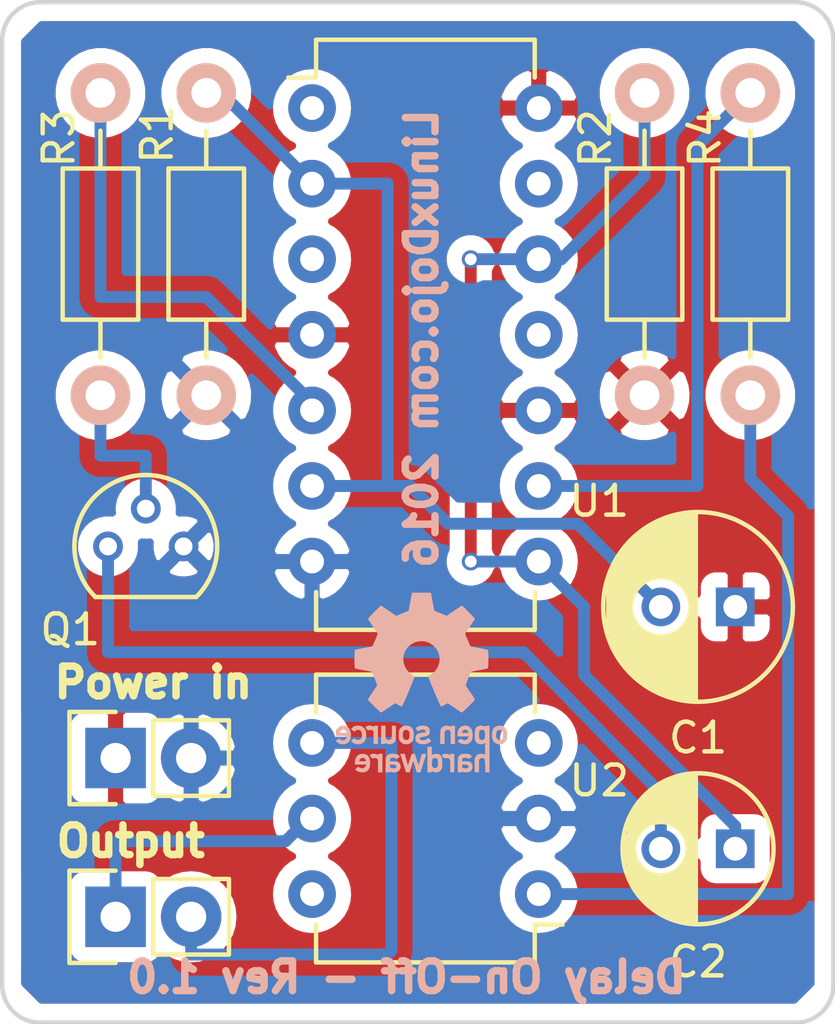
<source format=kicad_pcb>
(kicad_pcb (version 4) (host pcbnew 4.0.4-1.fc24-product)

  (general
    (links 22)
    (no_connects 0)
    (area 145.974999 76.124999 174.065001 110.565001)
    (thickness 1.6)
    (drawings 14)
    (tracks 56)
    (zones 0)
    (modules 12)
    (nets 17)
  )

  (page A4)
  (layers
    (0 F.Cu signal)
    (31 B.Cu signal)
    (32 B.Adhes user)
    (33 F.Adhes user)
    (34 B.Paste user)
    (35 F.Paste user)
    (36 B.SilkS user)
    (37 F.SilkS user)
    (38 B.Mask user)
    (39 F.Mask user)
    (40 Dwgs.User user)
    (41 Cmts.User user)
    (42 Eco1.User user)
    (43 Eco2.User user)
    (44 Edge.Cuts user)
    (45 Margin user)
    (46 B.CrtYd user)
    (47 F.CrtYd user)
    (48 B.Fab user)
    (49 F.Fab user)
  )

  (setup
    (last_trace_width 0.4)
    (trace_clearance 0.2)
    (zone_clearance 0.508)
    (zone_45_only no)
    (trace_min 0.2)
    (segment_width 0.2)
    (edge_width 0.15)
    (via_size 0.6)
    (via_drill 0.4)
    (via_min_size 0.4)
    (via_min_drill 0.3)
    (uvia_size 0.3)
    (uvia_drill 0.1)
    (uvias_allowed no)
    (uvia_min_size 0.2)
    (uvia_min_drill 0.1)
    (pcb_text_width 0.3)
    (pcb_text_size 1.5 1.5)
    (mod_edge_width 0.15)
    (mod_text_size 1 1)
    (mod_text_width 0.15)
    (pad_size 2 2)
    (pad_drill 2)
    (pad_to_mask_clearance 0.2)
    (aux_axis_origin 0 0)
    (visible_elements FFFFEF7F)
    (pcbplotparams
      (layerselection 0x010f0_80000001)
      (usegerberextensions false)
      (gerberprecision 5)
      (excludeedgelayer true)
      (linewidth 0.100000)
      (plotframeref false)
      (viasonmask false)
      (mode 1)
      (useauxorigin false)
      (hpglpennumber 1)
      (hpglpenspeed 20)
      (hpglpendiameter 15)
      (hpglpenoverlay 2)
      (psnegative false)
      (psa4output false)
      (plotreference true)
      (plotvalue true)
      (plotinvisibletext false)
      (padsonsilk false)
      (subtractmaskfromsilk false)
      (outputformat 1)
      (mirror false)
      (drillshape 0)
      (scaleselection 1)
      (outputdirectory ""))
  )

  (net 0 "")
  (net 1 "Net-(C1-Pad2)")
  (net 2 +5V)
  (net 3 "Net-(C2-Pad1)")
  (net 4 "Net-(C2-Pad2)")
  (net 5 "Net-(P1-Pad1)")
  (net 6 "Net-(P1-Pad2)")
  (net 7 Earth)
  (net 8 "Net-(Q1-Pad2)")
  (net 9 "Net-(R3-Pad1)")
  (net 10 "Net-(R4-Pad1)")
  (net 11 "Net-(R4-Pad2)")
  (net 12 "Net-(U1-Pad1)")
  (net 13 "Net-(U1-Pad3)")
  (net 14 "Net-(U1-Pad11)")
  (net 15 "Net-(U1-Pad13)")
  (net 16 "Net-(U2-Pad6)")

  (net_class Default "This is the default net class."
    (clearance 0.2)
    (trace_width 0.4)
    (via_dia 0.6)
    (via_drill 0.4)
    (uvia_dia 0.3)
    (uvia_drill 0.1)
    (add_net +5V)
    (add_net Earth)
    (add_net "Net-(C1-Pad2)")
    (add_net "Net-(C2-Pad1)")
    (add_net "Net-(C2-Pad2)")
    (add_net "Net-(P1-Pad1)")
    (add_net "Net-(P1-Pad2)")
    (add_net "Net-(Q1-Pad2)")
    (add_net "Net-(R3-Pad1)")
    (add_net "Net-(R4-Pad1)")
    (add_net "Net-(R4-Pad2)")
    (add_net "Net-(U1-Pad1)")
    (add_net "Net-(U1-Pad11)")
    (add_net "Net-(U1-Pad13)")
    (add_net "Net-(U1-Pad3)")
    (add_net "Net-(U2-Pad6)")
  )

  (module Capacitors_THT:C_Radial_D6.3_L11.2_P2.5 (layer F.Cu) (tedit 583AC937) (tstamp 5843F0CC)
    (at 170.688 96.52 180)
    (descr "Radial Electrolytic Capacitor, Diameter 6.3mm x Length 11.2mm, Pitch 2.5mm")
    (tags "Electrolytic Capacitor")
    (path /5836D585)
    (fp_text reference C1 (at 1.25 -4.4 180) (layer F.SilkS)
      (effects (font (size 1 1) (thickness 0.15)))
    )
    (fp_text value 47uf (at 1.397 -1.651 180) (layer F.Fab)
      (effects (font (size 1 1) (thickness 0.15)))
    )
    (fp_line (start 1.325 -3.149) (end 1.325 3.149) (layer F.SilkS) (width 0.15))
    (fp_line (start 1.465 -3.143) (end 1.465 3.143) (layer F.SilkS) (width 0.15))
    (fp_line (start 1.605 -3.13) (end 1.605 -0.446) (layer F.SilkS) (width 0.15))
    (fp_line (start 1.605 0.446) (end 1.605 3.13) (layer F.SilkS) (width 0.15))
    (fp_line (start 1.745 -3.111) (end 1.745 -0.656) (layer F.SilkS) (width 0.15))
    (fp_line (start 1.745 0.656) (end 1.745 3.111) (layer F.SilkS) (width 0.15))
    (fp_line (start 1.885 -3.085) (end 1.885 -0.789) (layer F.SilkS) (width 0.15))
    (fp_line (start 1.885 0.789) (end 1.885 3.085) (layer F.SilkS) (width 0.15))
    (fp_line (start 2.025 -3.053) (end 2.025 -0.88) (layer F.SilkS) (width 0.15))
    (fp_line (start 2.025 0.88) (end 2.025 3.053) (layer F.SilkS) (width 0.15))
    (fp_line (start 2.165 -3.014) (end 2.165 -0.942) (layer F.SilkS) (width 0.15))
    (fp_line (start 2.165 0.942) (end 2.165 3.014) (layer F.SilkS) (width 0.15))
    (fp_line (start 2.305 -2.968) (end 2.305 -0.981) (layer F.SilkS) (width 0.15))
    (fp_line (start 2.305 0.981) (end 2.305 2.968) (layer F.SilkS) (width 0.15))
    (fp_line (start 2.445 -2.915) (end 2.445 -0.998) (layer F.SilkS) (width 0.15))
    (fp_line (start 2.445 0.998) (end 2.445 2.915) (layer F.SilkS) (width 0.15))
    (fp_line (start 2.585 -2.853) (end 2.585 -0.996) (layer F.SilkS) (width 0.15))
    (fp_line (start 2.585 0.996) (end 2.585 2.853) (layer F.SilkS) (width 0.15))
    (fp_line (start 2.725 -2.783) (end 2.725 -0.974) (layer F.SilkS) (width 0.15))
    (fp_line (start 2.725 0.974) (end 2.725 2.783) (layer F.SilkS) (width 0.15))
    (fp_line (start 2.865 -2.704) (end 2.865 -0.931) (layer F.SilkS) (width 0.15))
    (fp_line (start 2.865 0.931) (end 2.865 2.704) (layer F.SilkS) (width 0.15))
    (fp_line (start 3.005 -2.616) (end 3.005 -0.863) (layer F.SilkS) (width 0.15))
    (fp_line (start 3.005 0.863) (end 3.005 2.616) (layer F.SilkS) (width 0.15))
    (fp_line (start 3.145 -2.516) (end 3.145 -0.764) (layer F.SilkS) (width 0.15))
    (fp_line (start 3.145 0.764) (end 3.145 2.516) (layer F.SilkS) (width 0.15))
    (fp_line (start 3.285 -2.404) (end 3.285 -0.619) (layer F.SilkS) (width 0.15))
    (fp_line (start 3.285 0.619) (end 3.285 2.404) (layer F.SilkS) (width 0.15))
    (fp_line (start 3.425 -2.279) (end 3.425 -0.38) (layer F.SilkS) (width 0.15))
    (fp_line (start 3.425 0.38) (end 3.425 2.279) (layer F.SilkS) (width 0.15))
    (fp_line (start 3.565 -2.136) (end 3.565 2.136) (layer F.SilkS) (width 0.15))
    (fp_line (start 3.705 -1.974) (end 3.705 1.974) (layer F.SilkS) (width 0.15))
    (fp_line (start 3.845 -1.786) (end 3.845 1.786) (layer F.SilkS) (width 0.15))
    (fp_line (start 3.985 -1.563) (end 3.985 1.563) (layer F.SilkS) (width 0.15))
    (fp_line (start 4.125 -1.287) (end 4.125 1.287) (layer F.SilkS) (width 0.15))
    (fp_line (start 4.265 -0.912) (end 4.265 0.912) (layer F.SilkS) (width 0.15))
    (fp_circle (center 2.5 0) (end 2.5 -1) (layer F.SilkS) (width 0.15))
    (fp_circle (center 1.25 0) (end 1.25 -3.1875) (layer F.SilkS) (width 0.15))
    (fp_circle (center 1.25 0) (end 1.25 -3.4) (layer F.CrtYd) (width 0.05))
    (pad 2 thru_hole circle (at 2.5 0 180) (size 1.3 1.3) (drill 0.8) (layers *.Cu *.Mask)
      (net 1 "Net-(C1-Pad2)"))
    (pad 1 thru_hole rect (at 0 0 180) (size 1.3 1.3) (drill 0.8) (layers *.Cu *.Mask)
      (net 2 +5V))
    (model Capacitors_ThroughHole.3dshapes/C_Radial_D6.3_L11.2_P2.5.wrl
      (at (xyz 0 0 0))
      (scale (xyz 1 1 1))
      (rotate (xyz 0 0 0))
    )
  )

  (module Capacitors_THT:C_Radial_D5_L11_P2.5 (layer F.Cu) (tedit 583AC940) (tstamp 5843F0F4)
    (at 170.688 104.648 180)
    (descr "Radial Electrolytic Capacitor Diameter 5mm x Length 11mm, Pitch 2.5mm")
    (tags "Electrolytic Capacitor")
    (path /5836D54E)
    (fp_text reference C2 (at 1.25 -3.8 180) (layer F.SilkS)
      (effects (font (size 1 1) (thickness 0.15)))
    )
    (fp_text value 10uf (at 1.524 -1.651 180) (layer F.Fab)
      (effects (font (size 1 1) (thickness 0.15)))
    )
    (fp_line (start 1.325 -2.499) (end 1.325 2.499) (layer F.SilkS) (width 0.15))
    (fp_line (start 1.465 -2.491) (end 1.465 2.491) (layer F.SilkS) (width 0.15))
    (fp_line (start 1.605 -2.475) (end 1.605 -0.095) (layer F.SilkS) (width 0.15))
    (fp_line (start 1.605 0.095) (end 1.605 2.475) (layer F.SilkS) (width 0.15))
    (fp_line (start 1.745 -2.451) (end 1.745 -0.49) (layer F.SilkS) (width 0.15))
    (fp_line (start 1.745 0.49) (end 1.745 2.451) (layer F.SilkS) (width 0.15))
    (fp_line (start 1.885 -2.418) (end 1.885 -0.657) (layer F.SilkS) (width 0.15))
    (fp_line (start 1.885 0.657) (end 1.885 2.418) (layer F.SilkS) (width 0.15))
    (fp_line (start 2.025 -2.377) (end 2.025 -0.764) (layer F.SilkS) (width 0.15))
    (fp_line (start 2.025 0.764) (end 2.025 2.377) (layer F.SilkS) (width 0.15))
    (fp_line (start 2.165 -2.327) (end 2.165 -0.835) (layer F.SilkS) (width 0.15))
    (fp_line (start 2.165 0.835) (end 2.165 2.327) (layer F.SilkS) (width 0.15))
    (fp_line (start 2.305 -2.266) (end 2.305 -0.879) (layer F.SilkS) (width 0.15))
    (fp_line (start 2.305 0.879) (end 2.305 2.266) (layer F.SilkS) (width 0.15))
    (fp_line (start 2.445 -2.196) (end 2.445 -0.898) (layer F.SilkS) (width 0.15))
    (fp_line (start 2.445 0.898) (end 2.445 2.196) (layer F.SilkS) (width 0.15))
    (fp_line (start 2.585 -2.114) (end 2.585 -0.896) (layer F.SilkS) (width 0.15))
    (fp_line (start 2.585 0.896) (end 2.585 2.114) (layer F.SilkS) (width 0.15))
    (fp_line (start 2.725 -2.019) (end 2.725 -0.871) (layer F.SilkS) (width 0.15))
    (fp_line (start 2.725 0.871) (end 2.725 2.019) (layer F.SilkS) (width 0.15))
    (fp_line (start 2.865 -1.908) (end 2.865 -0.823) (layer F.SilkS) (width 0.15))
    (fp_line (start 2.865 0.823) (end 2.865 1.908) (layer F.SilkS) (width 0.15))
    (fp_line (start 3.005 -1.78) (end 3.005 -0.745) (layer F.SilkS) (width 0.15))
    (fp_line (start 3.005 0.745) (end 3.005 1.78) (layer F.SilkS) (width 0.15))
    (fp_line (start 3.145 -1.631) (end 3.145 -0.628) (layer F.SilkS) (width 0.15))
    (fp_line (start 3.145 0.628) (end 3.145 1.631) (layer F.SilkS) (width 0.15))
    (fp_line (start 3.285 -1.452) (end 3.285 -0.44) (layer F.SilkS) (width 0.15))
    (fp_line (start 3.285 0.44) (end 3.285 1.452) (layer F.SilkS) (width 0.15))
    (fp_line (start 3.425 -1.233) (end 3.425 1.233) (layer F.SilkS) (width 0.15))
    (fp_line (start 3.565 -0.944) (end 3.565 0.944) (layer F.SilkS) (width 0.15))
    (fp_line (start 3.705 -0.472) (end 3.705 0.472) (layer F.SilkS) (width 0.15))
    (fp_circle (center 2.5 0) (end 2.5 -0.9) (layer F.SilkS) (width 0.15))
    (fp_circle (center 1.25 0) (end 1.25 -2.5375) (layer F.SilkS) (width 0.15))
    (fp_circle (center 1.25 0) (end 1.25 -2.8) (layer F.CrtYd) (width 0.05))
    (pad 1 thru_hole rect (at 0 0 180) (size 1.3 1.3) (drill 0.8) (layers *.Cu *.Mask)
      (net 3 "Net-(C2-Pad1)"))
    (pad 2 thru_hole circle (at 2.5 0 180) (size 1.3 1.3) (drill 0.8) (layers *.Cu *.Mask)
      (net 4 "Net-(C2-Pad2)"))
    (model Capacitors_ThroughHole.3dshapes/C_Radial_D5_L11_P2.5.wrl
      (at (xyz 0.049213 0 0))
      (scale (xyz 1 1 1))
      (rotate (xyz 0 0 90))
    )
  )

  (module Pin_Headers:Pin_Header_Straight_1x02 (layer F.Cu) (tedit 583AC953) (tstamp 5843F105)
    (at 149.86 106.934 90)
    (descr "Through hole pin header")
    (tags "pin header")
    (path /5836D21D)
    (fp_text reference P1 (at -2.032 7.62 90) (layer F.SilkS) hide
      (effects (font (size 1 1) (thickness 0.15)))
    )
    (fp_text value CONN_01X02 (at 6.858 -5.334 90) (layer F.Fab) hide
      (effects (font (size 1 1) (thickness 0.15)))
    )
    (fp_line (start 1.27 1.27) (end 1.27 3.81) (layer F.SilkS) (width 0.15))
    (fp_line (start 1.55 -1.55) (end 1.55 0) (layer F.SilkS) (width 0.15))
    (fp_line (start -1.75 -1.75) (end -1.75 4.3) (layer F.CrtYd) (width 0.05))
    (fp_line (start 1.75 -1.75) (end 1.75 4.3) (layer F.CrtYd) (width 0.05))
    (fp_line (start -1.75 -1.75) (end 1.75 -1.75) (layer F.CrtYd) (width 0.05))
    (fp_line (start -1.75 4.3) (end 1.75 4.3) (layer F.CrtYd) (width 0.05))
    (fp_line (start 1.27 1.27) (end -1.27 1.27) (layer F.SilkS) (width 0.15))
    (fp_line (start -1.55 0) (end -1.55 -1.55) (layer F.SilkS) (width 0.15))
    (fp_line (start -1.55 -1.55) (end 1.55 -1.55) (layer F.SilkS) (width 0.15))
    (fp_line (start -1.27 1.27) (end -1.27 3.81) (layer F.SilkS) (width 0.15))
    (fp_line (start -1.27 3.81) (end 1.27 3.81) (layer F.SilkS) (width 0.15))
    (pad 1 thru_hole rect (at 0 0 90) (size 2.032 2.032) (drill 1.016) (layers *.Cu *.Mask)
      (net 5 "Net-(P1-Pad1)"))
    (pad 2 thru_hole oval (at 0 2.54 90) (size 2.032 2.032) (drill 1.016) (layers *.Cu *.Mask)
      (net 6 "Net-(P1-Pad2)"))
    (model Pin_Headers.3dshapes/Pin_Header_Straight_1x02.wrl
      (at (xyz 0 -0.05 0))
      (scale (xyz 1 1 1))
      (rotate (xyz 0 0 90))
    )
  )

  (module Pin_Headers:Pin_Header_Straight_1x02 (layer F.Cu) (tedit 583AC94E) (tstamp 5843F116)
    (at 149.86 101.6 90)
    (descr "Through hole pin header")
    (tags "pin header")
    (path /583812C7)
    (fp_text reference P2 (at 0 -5.1 90) (layer F.SilkS) hide
      (effects (font (size 1 1) (thickness 0.15)))
    )
    (fp_text value CONN_01X02 (at 1.524 -6.985 90) (layer F.Fab) hide
      (effects (font (size 1 1) (thickness 0.15)))
    )
    (fp_line (start 1.27 1.27) (end 1.27 3.81) (layer F.SilkS) (width 0.15))
    (fp_line (start 1.55 -1.55) (end 1.55 0) (layer F.SilkS) (width 0.15))
    (fp_line (start -1.75 -1.75) (end -1.75 4.3) (layer F.CrtYd) (width 0.05))
    (fp_line (start 1.75 -1.75) (end 1.75 4.3) (layer F.CrtYd) (width 0.05))
    (fp_line (start -1.75 -1.75) (end 1.75 -1.75) (layer F.CrtYd) (width 0.05))
    (fp_line (start -1.75 4.3) (end 1.75 4.3) (layer F.CrtYd) (width 0.05))
    (fp_line (start 1.27 1.27) (end -1.27 1.27) (layer F.SilkS) (width 0.15))
    (fp_line (start -1.55 0) (end -1.55 -1.55) (layer F.SilkS) (width 0.15))
    (fp_line (start -1.55 -1.55) (end 1.55 -1.55) (layer F.SilkS) (width 0.15))
    (fp_line (start -1.27 1.27) (end -1.27 3.81) (layer F.SilkS) (width 0.15))
    (fp_line (start -1.27 3.81) (end 1.27 3.81) (layer F.SilkS) (width 0.15))
    (pad 1 thru_hole rect (at 0 0 90) (size 2.032 2.032) (drill 1.016) (layers *.Cu *.Mask)
      (net 2 +5V))
    (pad 2 thru_hole oval (at 0 2.54 90) (size 2.032 2.032) (drill 1.016) (layers *.Cu *.Mask)
      (net 7 Earth))
    (model Pin_Headers.3dshapes/Pin_Header_Straight_1x02.wrl
      (at (xyz 0 -0.05 0))
      (scale (xyz 1 1 1))
      (rotate (xyz 0 0 90))
    )
  )

  (module TO_SOT_Packages_THT:TO-92_Molded_Narrow (layer F.Cu) (tedit 583AC912) (tstamp 5843F124)
    (at 149.606 94.488)
    (descr "TO-92 leads molded, narrow, drill 0.6mm (see NXP sot054_po.pdf)")
    (tags "to-92 sc-43 sc-43a sot54 PA33 transistor")
    (path /5836D51D)
    (fp_text reference Q1 (at -1.27 2.794) (layer F.SilkS)
      (effects (font (size 1 1) (thickness 0.15)))
    )
    (fp_text value BC548 (at 1.143 1.524) (layer F.Fab)
      (effects (font (size 1 1) (thickness 0.15)))
    )
    (fp_line (start -1.4 1.95) (end -1.4 -2.65) (layer F.CrtYd) (width 0.05))
    (fp_line (start -1.4 1.95) (end 3.9 1.95) (layer F.CrtYd) (width 0.05))
    (fp_line (start -0.43 1.7) (end 2.97 1.7) (layer F.SilkS) (width 0.15))
    (fp_arc (start 1.27 0) (end 1.27 -2.4) (angle -135) (layer F.SilkS) (width 0.15))
    (fp_arc (start 1.27 0) (end 1.27 -2.4) (angle 135) (layer F.SilkS) (width 0.15))
    (fp_line (start -1.4 -2.65) (end 3.9 -2.65) (layer F.CrtYd) (width 0.05))
    (fp_line (start 3.9 1.95) (end 3.9 -2.65) (layer F.CrtYd) (width 0.05))
    (pad 2 thru_hole circle (at 1.27 -1.27 90) (size 1.00076 1.00076) (drill 0.6) (layers *.Cu *.Mask)
      (net 8 "Net-(Q1-Pad2)"))
    (pad 3 thru_hole circle (at 2.54 0 90) (size 1.00076 1.00076) (drill 0.6) (layers *.Cu *.Mask)
      (net 7 Earth))
    (pad 1 thru_hole circle (at 0 0 90) (size 1.00076 1.00076) (drill 0.6) (layers *.Cu *.Mask)
      (net 4 "Net-(C2-Pad2)"))
    (model TO_SOT_Packages_THT.3dshapes/TO-92_Molded_Narrow.wrl
      (at (xyz 0.05 0 0))
      (scale (xyz 1 1 1))
      (rotate (xyz 0 0 -90))
    )
  )

  (module Resistors_THT:Resistor_Horizontal_RM10mm (layer F.Cu) (tedit 583AC921) (tstamp 5843F134)
    (at 152.908 79.248 270)
    (descr "Resistor, Axial,  RM 10mm, 1/3W")
    (tags "Resistor Axial RM 10mm 1/3W")
    (path /5836D38E)
    (fp_text reference R1 (at 1.397 1.651 270) (layer F.SilkS)
      (effects (font (size 1 1) (thickness 0.15)))
    )
    (fp_text value 47k (at 5.08 0 270) (layer F.Fab)
      (effects (font (size 1 1) (thickness 0.15)))
    )
    (fp_line (start -1.25 -1.5) (end 11.4 -1.5) (layer F.CrtYd) (width 0.05))
    (fp_line (start -1.25 1.5) (end -1.25 -1.5) (layer F.CrtYd) (width 0.05))
    (fp_line (start 11.4 -1.5) (end 11.4 1.5) (layer F.CrtYd) (width 0.05))
    (fp_line (start -1.25 1.5) (end 11.4 1.5) (layer F.CrtYd) (width 0.05))
    (fp_line (start 2.54 -1.27) (end 7.62 -1.27) (layer F.SilkS) (width 0.15))
    (fp_line (start 7.62 -1.27) (end 7.62 1.27) (layer F.SilkS) (width 0.15))
    (fp_line (start 7.62 1.27) (end 2.54 1.27) (layer F.SilkS) (width 0.15))
    (fp_line (start 2.54 1.27) (end 2.54 -1.27) (layer F.SilkS) (width 0.15))
    (fp_line (start 2.54 0) (end 1.27 0) (layer F.SilkS) (width 0.15))
    (fp_line (start 7.62 0) (end 8.89 0) (layer F.SilkS) (width 0.15))
    (pad 1 thru_hole circle (at 0 0 270) (size 1.99898 1.99898) (drill 1.00076) (layers *.Cu *.SilkS *.Mask)
      (net 1 "Net-(C1-Pad2)"))
    (pad 2 thru_hole circle (at 10.16 0 270) (size 1.99898 1.99898) (drill 1.00076) (layers *.Cu *.SilkS *.Mask)
      (net 7 Earth))
    (model Resistors_ThroughHole.3dshapes/Resistor_Horizontal_RM10mm.wrl
      (at (xyz 0.2 0 0))
      (scale (xyz 0.4 0.4 0.4))
      (rotate (xyz 0 0 0))
    )
  )

  (module Resistors_THT:Resistor_Horizontal_RM10mm (layer F.Cu) (tedit 583AC92C) (tstamp 5843F144)
    (at 167.64 89.408 90)
    (descr "Resistor, Axial,  RM 10mm, 1/3W")
    (tags "Resistor Axial RM 10mm 1/3W")
    (path /5836D41F)
    (fp_text reference R2 (at 8.636 -1.651 90) (layer F.SilkS)
      (effects (font (size 1 1) (thickness 0.15)))
    )
    (fp_text value 47k (at 5.08 0 90) (layer F.Fab)
      (effects (font (size 1 1) (thickness 0.15)))
    )
    (fp_line (start -1.25 -1.5) (end 11.4 -1.5) (layer F.CrtYd) (width 0.05))
    (fp_line (start -1.25 1.5) (end -1.25 -1.5) (layer F.CrtYd) (width 0.05))
    (fp_line (start 11.4 -1.5) (end 11.4 1.5) (layer F.CrtYd) (width 0.05))
    (fp_line (start -1.25 1.5) (end 11.4 1.5) (layer F.CrtYd) (width 0.05))
    (fp_line (start 2.54 -1.27) (end 7.62 -1.27) (layer F.SilkS) (width 0.15))
    (fp_line (start 7.62 -1.27) (end 7.62 1.27) (layer F.SilkS) (width 0.15))
    (fp_line (start 7.62 1.27) (end 2.54 1.27) (layer F.SilkS) (width 0.15))
    (fp_line (start 2.54 1.27) (end 2.54 -1.27) (layer F.SilkS) (width 0.15))
    (fp_line (start 2.54 0) (end 1.27 0) (layer F.SilkS) (width 0.15))
    (fp_line (start 7.62 0) (end 8.89 0) (layer F.SilkS) (width 0.15))
    (pad 1 thru_hole circle (at 0 0 90) (size 1.99898 1.99898) (drill 1.00076) (layers *.Cu *.SilkS *.Mask)
      (net 2 +5V))
    (pad 2 thru_hole circle (at 10.16 0 90) (size 1.99898 1.99898) (drill 1.00076) (layers *.Cu *.SilkS *.Mask)
      (net 3 "Net-(C2-Pad1)"))
    (model Resistors_ThroughHole.3dshapes/Resistor_Horizontal_RM10mm.wrl
      (at (xyz 0.2 0 0))
      (scale (xyz 0.4 0.4 0.4))
      (rotate (xyz 0 0 0))
    )
  )

  (module Resistors_THT:Resistor_Horizontal_RM10mm (layer F.Cu) (tedit 583AC927) (tstamp 5843F154)
    (at 149.352 79.248 270)
    (descr "Resistor, Axial,  RM 10mm, 1/3W")
    (tags "Resistor Axial RM 10mm 1/3W")
    (path /5836D2B4)
    (fp_text reference R3 (at 1.524 1.397 270) (layer F.SilkS)
      (effects (font (size 1 1) (thickness 0.15)))
    )
    (fp_text value 100k (at 5.08 0 270) (layer F.Fab)
      (effects (font (size 1 1) (thickness 0.15)))
    )
    (fp_line (start -1.25 -1.5) (end 11.4 -1.5) (layer F.CrtYd) (width 0.05))
    (fp_line (start -1.25 1.5) (end -1.25 -1.5) (layer F.CrtYd) (width 0.05))
    (fp_line (start 11.4 -1.5) (end 11.4 1.5) (layer F.CrtYd) (width 0.05))
    (fp_line (start -1.25 1.5) (end 11.4 1.5) (layer F.CrtYd) (width 0.05))
    (fp_line (start 2.54 -1.27) (end 7.62 -1.27) (layer F.SilkS) (width 0.15))
    (fp_line (start 7.62 -1.27) (end 7.62 1.27) (layer F.SilkS) (width 0.15))
    (fp_line (start 7.62 1.27) (end 2.54 1.27) (layer F.SilkS) (width 0.15))
    (fp_line (start 2.54 1.27) (end 2.54 -1.27) (layer F.SilkS) (width 0.15))
    (fp_line (start 2.54 0) (end 1.27 0) (layer F.SilkS) (width 0.15))
    (fp_line (start 7.62 0) (end 8.89 0) (layer F.SilkS) (width 0.15))
    (pad 1 thru_hole circle (at 0 0 270) (size 1.99898 1.99898) (drill 1.00076) (layers *.Cu *.SilkS *.Mask)
      (net 9 "Net-(R3-Pad1)"))
    (pad 2 thru_hole circle (at 10.16 0 270) (size 1.99898 1.99898) (drill 1.00076) (layers *.Cu *.SilkS *.Mask)
      (net 8 "Net-(Q1-Pad2)"))
    (model Resistors_ThroughHole.3dshapes/Resistor_Horizontal_RM10mm.wrl
      (at (xyz 0.2 0 0))
      (scale (xyz 0.4 0.4 0.4))
      (rotate (xyz 0 0 0))
    )
  )

  (module Resistors_THT:Resistor_Horizontal_RM10mm (layer F.Cu) (tedit 583AC92F) (tstamp 5843F164)
    (at 171.196 89.408 90)
    (descr "Resistor, Axial,  RM 10mm, 1/3W")
    (tags "Resistor Axial RM 10mm 1/3W")
    (path /5836D0ED)
    (fp_text reference R4 (at 8.636 -1.524 90) (layer F.SilkS)
      (effects (font (size 1 1) (thickness 0.15)))
    )
    (fp_text value 470 (at 5.207 0 90) (layer F.Fab)
      (effects (font (size 1 1) (thickness 0.15)))
    )
    (fp_line (start -1.25 -1.5) (end 11.4 -1.5) (layer F.CrtYd) (width 0.05))
    (fp_line (start -1.25 1.5) (end -1.25 -1.5) (layer F.CrtYd) (width 0.05))
    (fp_line (start 11.4 -1.5) (end 11.4 1.5) (layer F.CrtYd) (width 0.05))
    (fp_line (start -1.25 1.5) (end 11.4 1.5) (layer F.CrtYd) (width 0.05))
    (fp_line (start 2.54 -1.27) (end 7.62 -1.27) (layer F.SilkS) (width 0.15))
    (fp_line (start 7.62 -1.27) (end 7.62 1.27) (layer F.SilkS) (width 0.15))
    (fp_line (start 7.62 1.27) (end 2.54 1.27) (layer F.SilkS) (width 0.15))
    (fp_line (start 2.54 1.27) (end 2.54 -1.27) (layer F.SilkS) (width 0.15))
    (fp_line (start 2.54 0) (end 1.27 0) (layer F.SilkS) (width 0.15))
    (fp_line (start 7.62 0) (end 8.89 0) (layer F.SilkS) (width 0.15))
    (pad 1 thru_hole circle (at 0 0 90) (size 1.99898 1.99898) (drill 1.00076) (layers *.Cu *.SilkS *.Mask)
      (net 10 "Net-(R4-Pad1)"))
    (pad 2 thru_hole circle (at 10.16 0 90) (size 1.99898 1.99898) (drill 1.00076) (layers *.Cu *.SilkS *.Mask)
      (net 11 "Net-(R4-Pad2)"))
    (model Resistors_ThroughHole.3dshapes/Resistor_Horizontal_RM10mm.wrl
      (at (xyz 0.2 0 0))
      (scale (xyz 0.4 0.4 0.4))
      (rotate (xyz 0 0 0))
    )
  )

  (module Housings_DIP:DIP-14_W7.62mm (layer F.Cu) (tedit 583AC90C) (tstamp 5843F181)
    (at 156.464 79.756)
    (descr "14-lead dip package, row spacing 7.62 mm (300 mils)")
    (tags "dil dip 2.54 300")
    (path /5836D944)
    (fp_text reference U1 (at 9.652 13.208) (layer F.SilkS)
      (effects (font (size 1 1) (thickness 0.15)))
    )
    (fp_text value 556 (at 3.81 -0.889) (layer F.Fab)
      (effects (font (size 1 1) (thickness 0.15)))
    )
    (fp_line (start -1.05 -2.45) (end -1.05 17.7) (layer F.CrtYd) (width 0.05))
    (fp_line (start 8.65 -2.45) (end 8.65 17.7) (layer F.CrtYd) (width 0.05))
    (fp_line (start -1.05 -2.45) (end 8.65 -2.45) (layer F.CrtYd) (width 0.05))
    (fp_line (start -1.05 17.7) (end 8.65 17.7) (layer F.CrtYd) (width 0.05))
    (fp_line (start 0.135 -2.295) (end 0.135 -1.025) (layer F.SilkS) (width 0.15))
    (fp_line (start 7.485 -2.295) (end 7.485 -1.025) (layer F.SilkS) (width 0.15))
    (fp_line (start 7.485 17.535) (end 7.485 16.265) (layer F.SilkS) (width 0.15))
    (fp_line (start 0.135 17.535) (end 0.135 16.265) (layer F.SilkS) (width 0.15))
    (fp_line (start 0.135 -2.295) (end 7.485 -2.295) (layer F.SilkS) (width 0.15))
    (fp_line (start 0.135 17.535) (end 7.485 17.535) (layer F.SilkS) (width 0.15))
    (fp_line (start 0.135 -1.025) (end -0.8 -1.025) (layer F.SilkS) (width 0.15))
    (pad 1 thru_hole oval (at 0 0) (size 1.6 1.6) (drill 0.8) (layers *.Cu *.Mask)
      (net 12 "Net-(U1-Pad1)"))
    (pad 2 thru_hole oval (at 0 2.54) (size 1.6 1.6) (drill 0.8) (layers *.Cu *.Mask)
      (net 1 "Net-(C1-Pad2)"))
    (pad 3 thru_hole oval (at 0 5.08) (size 1.6 1.6) (drill 0.8) (layers *.Cu *.Mask)
      (net 13 "Net-(U1-Pad3)"))
    (pad 4 thru_hole oval (at 0 7.62) (size 1.6 1.6) (drill 0.8) (layers *.Cu *.Mask)
      (net 2 +5V))
    (pad 5 thru_hole oval (at 0 10.16) (size 1.6 1.6) (drill 0.8) (layers *.Cu *.Mask)
      (net 9 "Net-(R3-Pad1)"))
    (pad 6 thru_hole oval (at 0 12.7) (size 1.6 1.6) (drill 0.8) (layers *.Cu *.Mask)
      (net 1 "Net-(C1-Pad2)"))
    (pad 7 thru_hole oval (at 0 15.24) (size 1.6 1.6) (drill 0.8) (layers *.Cu *.Mask)
      (net 7 Earth))
    (pad 8 thru_hole oval (at 7.62 15.24) (size 1.6 1.6) (drill 0.8) (layers *.Cu *.Mask)
      (net 3 "Net-(C2-Pad1)"))
    (pad 9 thru_hole oval (at 7.62 12.7) (size 1.6 1.6) (drill 0.8) (layers *.Cu *.Mask)
      (net 11 "Net-(R4-Pad2)"))
    (pad 10 thru_hole oval (at 7.62 10.16) (size 1.6 1.6) (drill 0.8) (layers *.Cu *.Mask)
      (net 2 +5V))
    (pad 11 thru_hole oval (at 7.62 7.62) (size 1.6 1.6) (drill 0.8) (layers *.Cu *.Mask)
      (net 14 "Net-(U1-Pad11)"))
    (pad 12 thru_hole oval (at 7.62 5.08) (size 1.6 1.6) (drill 0.8) (layers *.Cu *.Mask)
      (net 3 "Net-(C2-Pad1)"))
    (pad 13 thru_hole oval (at 7.62 2.54) (size 1.6 1.6) (drill 0.8) (layers *.Cu *.Mask)
      (net 15 "Net-(U1-Pad13)"))
    (pad 14 thru_hole oval (at 7.62 0) (size 1.6 1.6) (drill 0.8) (layers *.Cu *.Mask)
      (net 2 +5V))
    (model Housings_DIP.3dshapes/DIP-14_W7.62mm.wrl
      (at (xyz 0 0 0))
      (scale (xyz 1 1 1))
      (rotate (xyz 0 0 0))
    )
  )

  (module Housings_DIP:DIP-6_W7.62mm (layer F.Cu) (tedit 583AC95A) (tstamp 5843F192)
    (at 164.084 106.172 180)
    (descr "6-lead dip package, row spacing 7.62 mm (300 mils)")
    (tags "dil dip 2.54 300")
    (path /5836DB51)
    (fp_text reference U2 (at -2.032 3.81 180) (layer F.SilkS)
      (effects (font (size 1 1) (thickness 0.15)))
    )
    (fp_text value 4N25 (at 4.064 2.54 180) (layer F.Fab)
      (effects (font (size 1 1) (thickness 0.15)))
    )
    (fp_line (start -1.05 -2.45) (end -1.05 7.55) (layer F.CrtYd) (width 0.05))
    (fp_line (start 8.65 -2.45) (end 8.65 7.55) (layer F.CrtYd) (width 0.05))
    (fp_line (start -1.05 -2.45) (end 8.65 -2.45) (layer F.CrtYd) (width 0.05))
    (fp_line (start -1.05 7.55) (end 8.65 7.55) (layer F.CrtYd) (width 0.05))
    (fp_line (start 0.135 -2.295) (end 0.135 -1.025) (layer F.SilkS) (width 0.15))
    (fp_line (start 7.485 -2.295) (end 7.485 -1.025) (layer F.SilkS) (width 0.15))
    (fp_line (start 7.485 7.375) (end 7.485 6.105) (layer F.SilkS) (width 0.15))
    (fp_line (start 0.135 7.375) (end 0.135 6.105) (layer F.SilkS) (width 0.15))
    (fp_line (start 0.135 -2.295) (end 7.485 -2.295) (layer F.SilkS) (width 0.15))
    (fp_line (start 0.135 7.375) (end 7.485 7.375) (layer F.SilkS) (width 0.15))
    (fp_line (start 0.135 -1.025) (end -0.8 -1.025) (layer F.SilkS) (width 0.15))
    (pad 1 thru_hole oval (at 0 0 180) (size 1.6 1.6) (drill 0.8) (layers *.Cu *.Mask)
      (net 10 "Net-(R4-Pad1)"))
    (pad 2 thru_hole oval (at 0 2.54 180) (size 1.6 1.6) (drill 0.8) (layers *.Cu *.Mask)
      (net 7 Earth))
    (pad 3 thru_hole oval (at 0 5.08 180) (size 1.6 1.6) (drill 0.8) (layers *.Cu *.Mask))
    (pad 4 thru_hole oval (at 7.62 5.08 180) (size 1.6 1.6) (drill 0.8) (layers *.Cu *.Mask)
      (net 6 "Net-(P1-Pad2)"))
    (pad 5 thru_hole oval (at 7.62 2.54 180) (size 1.6 1.6) (drill 0.8) (layers *.Cu *.Mask)
      (net 5 "Net-(P1-Pad1)"))
    (pad 6 thru_hole oval (at 7.62 0 180) (size 1.6 1.6) (drill 0.8) (layers *.Cu *.Mask)
      (net 16 "Net-(U2-Pad6)"))
    (model Housings_DIP.3dshapes/DIP-6_W7.62mm.wrl
      (at (xyz 0 0 0))
      (scale (xyz 1 1 1))
      (rotate (xyz 0 0 0))
    )
  )

  (module Symbols:OSHW-Logo_5.7x6mm_SilkScreen (layer B.Cu) (tedit 0) (tstamp 5844281D)
    (at 160.147 99.06 180)
    (descr "Open Source Hardware Logo")
    (tags "Logo OSHW")
    (attr virtual)
    (fp_text reference REF*** (at 0 0 180) (layer B.SilkS) hide
      (effects (font (size 1 1) (thickness 0.15)) (justify mirror))
    )
    (fp_text value OSHW-Logo_5.7x6mm_SilkScreen (at 0.75 0 180) (layer B.Fab) hide
      (effects (font (size 1 1) (thickness 0.15)) (justify mirror))
    )
    (fp_poly (pts (xy -1.908759 -1.469184) (xy -1.882247 -1.482282) (xy -1.849553 -1.505106) (xy -1.825725 -1.529996)
      (xy -1.809406 -1.561249) (xy -1.79924 -1.603166) (xy -1.793872 -1.660044) (xy -1.791944 -1.736184)
      (xy -1.791831 -1.768917) (xy -1.792161 -1.840656) (xy -1.793527 -1.891927) (xy -1.7965 -1.927404)
      (xy -1.801649 -1.951763) (xy -1.809543 -1.96968) (xy -1.817757 -1.981902) (xy -1.870187 -2.033905)
      (xy -1.93193 -2.065184) (xy -1.998536 -2.074592) (xy -2.065558 -2.06098) (xy -2.086792 -2.051354)
      (xy -2.137624 -2.024859) (xy -2.137624 -2.440052) (xy -2.100525 -2.420868) (xy -2.051643 -2.406025)
      (xy -1.991561 -2.402222) (xy -1.931564 -2.409243) (xy -1.886256 -2.425013) (xy -1.848675 -2.455047)
      (xy -1.816564 -2.498024) (xy -1.81415 -2.502436) (xy -1.803967 -2.523221) (xy -1.79653 -2.54417)
      (xy -1.791411 -2.569548) (xy -1.788181 -2.603618) (xy -1.786413 -2.650641) (xy -1.785677 -2.714882)
      (xy -1.785544 -2.787176) (xy -1.785544 -3.017822) (xy -1.923861 -3.017822) (xy -1.923861 -2.592533)
      (xy -1.962549 -2.559979) (xy -2.002738 -2.53394) (xy -2.040797 -2.529205) (xy -2.079066 -2.541389)
      (xy -2.099462 -2.55332) (xy -2.114642 -2.570313) (xy -2.125438 -2.595995) (xy -2.132683 -2.633991)
      (xy -2.137208 -2.687926) (xy -2.139844 -2.761425) (xy -2.140772 -2.810347) (xy -2.143911 -3.011535)
      (xy -2.209926 -3.015336) (xy -2.27594 -3.019136) (xy -2.27594 -1.77065) (xy -2.137624 -1.77065)
      (xy -2.134097 -1.840254) (xy -2.122215 -1.888569) (xy -2.10002 -1.918631) (xy -2.065559 -1.933471)
      (xy -2.030742 -1.936436) (xy -1.991329 -1.933028) (xy -1.965171 -1.919617) (xy -1.948814 -1.901896)
      (xy -1.935937 -1.882835) (xy -1.928272 -1.861601) (xy -1.924861 -1.831849) (xy -1.924749 -1.787236)
      (xy -1.925897 -1.74988) (xy -1.928532 -1.693604) (xy -1.932456 -1.656658) (xy -1.939063 -1.633223)
      (xy -1.949749 -1.61748) (xy -1.959833 -1.60838) (xy -2.00197 -1.588537) (xy -2.05184 -1.585332)
      (xy -2.080476 -1.592168) (xy -2.108828 -1.616464) (xy -2.127609 -1.663728) (xy -2.136712 -1.733624)
      (xy -2.137624 -1.77065) (xy -2.27594 -1.77065) (xy -2.27594 -1.458614) (xy -2.206782 -1.458614)
      (xy -2.16526 -1.460256) (xy -2.143838 -1.466087) (xy -2.137626 -1.477461) (xy -2.137624 -1.477798)
      (xy -2.134742 -1.488938) (xy -2.12203 -1.487673) (xy -2.096757 -1.475433) (xy -2.037869 -1.456707)
      (xy -1.971615 -1.454739) (xy -1.908759 -1.469184)) (layer B.SilkS) (width 0.01))
    (fp_poly (pts (xy -1.38421 -2.406555) (xy -1.325055 -2.422339) (xy -1.280023 -2.450948) (xy -1.248246 -2.488419)
      (xy -1.238366 -2.504411) (xy -1.231073 -2.521163) (xy -1.225974 -2.542592) (xy -1.222679 -2.572616)
      (xy -1.220797 -2.615154) (xy -1.219937 -2.674122) (xy -1.219707 -2.75344) (xy -1.219703 -2.774484)
      (xy -1.219703 -3.017822) (xy -1.280059 -3.017822) (xy -1.318557 -3.015126) (xy -1.347023 -3.008295)
      (xy -1.354155 -3.004083) (xy -1.373652 -2.996813) (xy -1.393566 -3.004083) (xy -1.426353 -3.01316)
      (xy -1.473978 -3.016813) (xy -1.526764 -3.015228) (xy -1.575036 -3.008589) (xy -1.603218 -3.000072)
      (xy -1.657753 -2.965063) (xy -1.691835 -2.916479) (xy -1.707157 -2.851882) (xy -1.707299 -2.850223)
      (xy -1.705955 -2.821566) (xy -1.584356 -2.821566) (xy -1.573726 -2.854161) (xy -1.55641 -2.872505)
      (xy -1.521652 -2.886379) (xy -1.475773 -2.891917) (xy -1.428988 -2.889191) (xy -1.391514 -2.878274)
      (xy -1.381015 -2.871269) (xy -1.362668 -2.838904) (xy -1.35802 -2.802111) (xy -1.35802 -2.753763)
      (xy -1.427582 -2.753763) (xy -1.493667 -2.75885) (xy -1.543764 -2.773263) (xy -1.574929 -2.795729)
      (xy -1.584356 -2.821566) (xy -1.705955 -2.821566) (xy -1.703987 -2.779647) (xy -1.68071 -2.723845)
      (xy -1.636948 -2.681647) (xy -1.630899 -2.677808) (xy -1.604907 -2.665309) (xy -1.572735 -2.65774)
      (xy -1.52776 -2.654061) (xy -1.474331 -2.653216) (xy -1.35802 -2.653169) (xy -1.35802 -2.604411)
      (xy -1.362953 -2.566581) (xy -1.375543 -2.541236) (xy -1.377017 -2.539887) (xy -1.405034 -2.5288)
      (xy -1.447326 -2.524503) (xy -1.494064 -2.526615) (xy -1.535418 -2.534756) (xy -1.559957 -2.546965)
      (xy -1.573253 -2.556746) (xy -1.587294 -2.558613) (xy -1.606671 -2.5506) (xy -1.635976 -2.530739)
      (xy -1.679803 -2.497063) (xy -1.683825 -2.493909) (xy -1.681764 -2.482236) (xy -1.664568 -2.462822)
      (xy -1.638433 -2.441248) (xy -1.609552 -2.423096) (xy -1.600478 -2.418809) (xy -1.56738 -2.410256)
      (xy -1.51888 -2.404155) (xy -1.464695 -2.401708) (xy -1.462161 -2.401703) (xy -1.38421 -2.406555)) (layer B.SilkS) (width 0.01))
    (fp_poly (pts (xy -0.993356 -2.40302) (xy -0.974539 -2.40866) (xy -0.968473 -2.421053) (xy -0.968218 -2.426647)
      (xy -0.967129 -2.44223) (xy -0.959632 -2.444676) (xy -0.939381 -2.433993) (xy -0.927351 -2.426694)
      (xy -0.8894 -2.411063) (xy -0.844072 -2.403334) (xy -0.796544 -2.40274) (xy -0.751995 -2.408513)
      (xy -0.715602 -2.419884) (xy -0.692543 -2.436088) (xy -0.687996 -2.456355) (xy -0.690291 -2.461843)
      (xy -0.70702 -2.484626) (xy -0.732963 -2.512647) (xy -0.737655 -2.517177) (xy -0.762383 -2.538005)
      (xy -0.783718 -2.544735) (xy -0.813555 -2.540038) (xy -0.825508 -2.536917) (xy -0.862705 -2.529421)
      (xy -0.888859 -2.532792) (xy -0.910946 -2.544681) (xy -0.931178 -2.560635) (xy -0.946079 -2.5807)
      (xy -0.956434 -2.608702) (xy -0.963029 -2.648467) (xy -0.966649 -2.703823) (xy -0.968078 -2.778594)
      (xy -0.968218 -2.82374) (xy -0.968218 -3.017822) (xy -1.09396 -3.017822) (xy -1.09396 -2.401683)
      (xy -1.031089 -2.401683) (xy -0.993356 -2.40302)) (layer B.SilkS) (width 0.01))
    (fp_poly (pts (xy -0.201188 -3.017822) (xy -0.270346 -3.017822) (xy -0.310488 -3.016645) (xy -0.331394 -3.011772)
      (xy -0.338922 -3.001186) (xy -0.339505 -2.994029) (xy -0.340774 -2.979676) (xy -0.348779 -2.976923)
      (xy -0.369815 -2.985771) (xy -0.386173 -2.994029) (xy -0.448977 -3.013597) (xy -0.517248 -3.014729)
      (xy -0.572752 -3.000135) (xy -0.624438 -2.964877) (xy -0.663838 -2.912835) (xy -0.685413 -2.85145)
      (xy -0.685962 -2.848018) (xy -0.689167 -2.810571) (xy -0.690761 -2.756813) (xy -0.690633 -2.716155)
      (xy -0.553279 -2.716155) (xy -0.550097 -2.770194) (xy -0.542859 -2.814735) (xy -0.53306 -2.839888)
      (xy -0.495989 -2.87426) (xy -0.451974 -2.886582) (xy -0.406584 -2.876618) (xy -0.367797 -2.846895)
      (xy -0.353108 -2.826905) (xy -0.344519 -2.80305) (xy -0.340496 -2.76823) (xy -0.339505 -2.71593)
      (xy -0.341278 -2.664139) (xy -0.345963 -2.618634) (xy -0.352603 -2.588181) (xy -0.35371 -2.585452)
      (xy -0.380491 -2.553) (xy -0.419579 -2.535183) (xy -0.463315 -2.532306) (xy -0.504038 -2.544674)
      (xy -0.534087 -2.572593) (xy -0.537204 -2.578148) (xy -0.546961 -2.612022) (xy -0.552277 -2.660728)
      (xy -0.553279 -2.716155) (xy -0.690633 -2.716155) (xy -0.690568 -2.69554) (xy -0.689664 -2.662563)
      (xy -0.683514 -2.580981) (xy -0.670733 -2.51973) (xy -0.649471 -2.474449) (xy -0.617878 -2.440779)
      (xy -0.587207 -2.421014) (xy -0.544354 -2.40712) (xy -0.491056 -2.402354) (xy -0.43648 -2.406236)
      (xy -0.389792 -2.418282) (xy -0.365124 -2.432693) (xy -0.339505 -2.455878) (xy -0.339505 -2.162773)
      (xy -0.201188 -2.162773) (xy -0.201188 -3.017822)) (layer B.SilkS) (width 0.01))
    (fp_poly (pts (xy 0.281524 -2.404237) (xy 0.331255 -2.407971) (xy 0.461291 -2.797773) (xy 0.481678 -2.728614)
      (xy 0.493946 -2.685874) (xy 0.510085 -2.628115) (xy 0.527512 -2.564625) (xy 0.536726 -2.53057)
      (xy 0.571388 -2.401683) (xy 0.714391 -2.401683) (xy 0.671646 -2.536857) (xy 0.650596 -2.603342)
      (xy 0.625167 -2.683539) (xy 0.59861 -2.767193) (xy 0.574902 -2.841782) (xy 0.520902 -3.011535)
      (xy 0.462598 -3.015328) (xy 0.404295 -3.019122) (xy 0.372679 -2.914734) (xy 0.353182 -2.849889)
      (xy 0.331904 -2.7784) (xy 0.313308 -2.715263) (xy 0.312574 -2.71275) (xy 0.298684 -2.669969)
      (xy 0.286429 -2.640779) (xy 0.277846 -2.629741) (xy 0.276082 -2.631018) (xy 0.269891 -2.64813)
      (xy 0.258128 -2.684787) (xy 0.242225 -2.736378) (xy 0.223614 -2.798294) (xy 0.213543 -2.832352)
      (xy 0.159007 -3.017822) (xy 0.043264 -3.017822) (xy -0.049263 -2.725471) (xy -0.075256 -2.643462)
      (xy -0.098934 -2.568987) (xy -0.11918 -2.505544) (xy -0.134874 -2.456632) (xy -0.144898 -2.425749)
      (xy -0.147945 -2.416726) (xy -0.145533 -2.407487) (xy -0.126592 -2.403441) (xy -0.087177 -2.403846)
      (xy -0.081007 -2.404152) (xy -0.007914 -2.407971) (xy 0.039957 -2.58401) (xy 0.057553 -2.648211)
      (xy 0.073277 -2.704649) (xy 0.085746 -2.748422) (xy 0.093574 -2.77463) (xy 0.09502 -2.778903)
      (xy 0.101014 -2.77399) (xy 0.113101 -2.748532) (xy 0.129893 -2.705997) (xy 0.150003 -2.64985)
      (xy 0.167003 -2.59913) (xy 0.231794 -2.400504) (xy 0.281524 -2.404237)) (layer B.SilkS) (width 0.01))
    (fp_poly (pts (xy 1.038411 -2.405417) (xy 1.091411 -2.41829) (xy 1.106731 -2.42511) (xy 1.136428 -2.442974)
      (xy 1.15922 -2.463093) (xy 1.176083 -2.488962) (xy 1.187998 -2.524073) (xy 1.195942 -2.57192)
      (xy 1.200894 -2.635996) (xy 1.203831 -2.719794) (xy 1.204947 -2.775768) (xy 1.209052 -3.017822)
      (xy 1.138932 -3.017822) (xy 1.096393 -3.016038) (xy 1.074476 -3.009942) (xy 1.068812 -2.999706)
      (xy 1.065821 -2.988637) (xy 1.052451 -2.990754) (xy 1.034233 -2.999629) (xy 0.988624 -3.013233)
      (xy 0.930007 -3.016899) (xy 0.868354 -3.010903) (xy 0.813638 -2.995521) (xy 0.80873 -2.993386)
      (xy 0.758723 -2.958255) (xy 0.725756 -2.909419) (xy 0.710587 -2.852333) (xy 0.711746 -2.831824)
      (xy 0.835508 -2.831824) (xy 0.846413 -2.859425) (xy 0.878745 -2.879204) (xy 0.93091 -2.889819)
      (xy 0.958787 -2.891228) (xy 1.005247 -2.88762) (xy 1.036129 -2.873597) (xy 1.043664 -2.866931)
      (xy 1.064076 -2.830666) (xy 1.068812 -2.797773) (xy 1.068812 -2.753763) (xy 1.007513 -2.753763)
      (xy 0.936256 -2.757395) (xy 0.886276 -2.768818) (xy 0.854696 -2.788824) (xy 0.847626 -2.797743)
      (xy 0.835508 -2.831824) (xy 0.711746 -2.831824) (xy 0.713971 -2.792456) (xy 0.736663 -2.735244)
      (xy 0.767624 -2.69658) (xy 0.786376 -2.679864) (xy 0.804733 -2.668878) (xy 0.828619 -2.66218)
      (xy 0.863957 -2.658326) (xy 0.916669 -2.655873) (xy 0.937577 -2.655168) (xy 1.068812 -2.650879)
      (xy 1.06862 -2.611158) (xy 1.063537 -2.569405) (xy 1.045162 -2.544158) (xy 1.008039 -2.52803)
      (xy 1.007043 -2.527742) (xy 0.95441 -2.5214) (xy 0.902906 -2.529684) (xy 0.86463 -2.549827)
      (xy 0.849272 -2.559773) (xy 0.83273 -2.558397) (xy 0.807275 -2.543987) (xy 0.792328 -2.533817)
      (xy 0.763091 -2.512088) (xy 0.74498 -2.4958) (xy 0.742074 -2.491137) (xy 0.75404 -2.467005)
      (xy 0.789396 -2.438185) (xy 0.804753 -2.428461) (xy 0.848901 -2.411714) (xy 0.908398 -2.402227)
      (xy 0.974487 -2.400095) (xy 1.038411 -2.405417)) (layer B.SilkS) (width 0.01))
    (fp_poly (pts (xy 1.635255 -2.401486) (xy 1.683595 -2.411015) (xy 1.711114 -2.425125) (xy 1.740064 -2.448568)
      (xy 1.698876 -2.500571) (xy 1.673482 -2.532064) (xy 1.656238 -2.547428) (xy 1.639102 -2.549776)
      (xy 1.614027 -2.542217) (xy 1.602257 -2.537941) (xy 1.55427 -2.531631) (xy 1.510324 -2.545156)
      (xy 1.47806 -2.57571) (xy 1.472819 -2.585452) (xy 1.467112 -2.611258) (xy 1.462706 -2.658817)
      (xy 1.459811 -2.724758) (xy 1.458631 -2.80571) (xy 1.458614 -2.817226) (xy 1.458614 -3.017822)
      (xy 1.320297 -3.017822) (xy 1.320297 -2.401683) (xy 1.389456 -2.401683) (xy 1.429333 -2.402725)
      (xy 1.450107 -2.407358) (xy 1.457789 -2.417849) (xy 1.458614 -2.427745) (xy 1.458614 -2.453806)
      (xy 1.491745 -2.427745) (xy 1.529735 -2.409965) (xy 1.58077 -2.401174) (xy 1.635255 -2.401486)) (layer B.SilkS) (width 0.01))
    (fp_poly (pts (xy 2.032581 -2.40497) (xy 2.092685 -2.420597) (xy 2.143021 -2.452848) (xy 2.167393 -2.47694)
      (xy 2.207345 -2.533895) (xy 2.230242 -2.599965) (xy 2.238108 -2.681182) (xy 2.238148 -2.687748)
      (xy 2.238218 -2.753763) (xy 1.858264 -2.753763) (xy 1.866363 -2.788342) (xy 1.880987 -2.819659)
      (xy 1.906581 -2.852291) (xy 1.911935 -2.8575) (xy 1.957943 -2.885694) (xy 2.01041 -2.890475)
      (xy 2.070803 -2.871926) (xy 2.08104 -2.866931) (xy 2.112439 -2.851745) (xy 2.13347 -2.843094)
      (xy 2.137139 -2.842293) (xy 2.149948 -2.850063) (xy 2.174378 -2.869072) (xy 2.186779 -2.87946)
      (xy 2.212476 -2.903321) (xy 2.220915 -2.919077) (xy 2.215058 -2.933571) (xy 2.211928 -2.937534)
      (xy 2.190725 -2.954879) (xy 2.155738 -2.975959) (xy 2.131337 -2.988265) (xy 2.062072 -3.009946)
      (xy 1.985388 -3.016971) (xy 1.912765 -3.008647) (xy 1.892426 -3.002686) (xy 1.829476 -2.968952)
      (xy 1.782815 -2.917045) (xy 1.752173 -2.846459) (xy 1.737282 -2.756692) (xy 1.735647 -2.709753)
      (xy 1.740421 -2.641413) (xy 1.86099 -2.641413) (xy 1.872652 -2.646465) (xy 1.903998 -2.650429)
      (xy 1.949571 -2.652768) (xy 1.980446 -2.653169) (xy 2.035981 -2.652783) (xy 2.071033 -2.650975)
      (xy 2.090262 -2.646773) (xy 2.09833 -2.639203) (xy 2.099901 -2.628218) (xy 2.089121 -2.594381)
      (xy 2.06198 -2.56094) (xy 2.026277 -2.535272) (xy 1.99056 -2.524772) (xy 1.942048 -2.534086)
      (xy 1.900053 -2.561013) (xy 1.870936 -2.599827) (xy 1.86099 -2.641413) (xy 1.740421 -2.641413)
      (xy 1.742599 -2.610236) (xy 1.764055 -2.530949) (xy 1.80047 -2.471263) (xy 1.852297 -2.430549)
      (xy 1.91999 -2.408179) (xy 1.956662 -2.403871) (xy 2.032581 -2.40497)) (layer B.SilkS) (width 0.01))
    (fp_poly (pts (xy -2.538261 -1.465148) (xy -2.472479 -1.494231) (xy -2.42254 -1.542793) (xy -2.388374 -1.610908)
      (xy -2.369907 -1.698651) (xy -2.368583 -1.712351) (xy -2.367546 -1.808939) (xy -2.380993 -1.893602)
      (xy -2.408108 -1.962221) (xy -2.422627 -1.984294) (xy -2.473201 -2.031011) (xy -2.537609 -2.061268)
      (xy -2.609666 -2.073824) (xy -2.683185 -2.067439) (xy -2.739072 -2.047772) (xy -2.787132 -2.014629)
      (xy -2.826412 -1.971175) (xy -2.827092 -1.970158) (xy -2.843044 -1.943338) (xy -2.85341 -1.916368)
      (xy -2.859688 -1.882332) (xy -2.863373 -1.83431) (xy -2.864997 -1.794931) (xy -2.865672 -1.759219)
      (xy -2.739955 -1.759219) (xy -2.738726 -1.79477) (xy -2.734266 -1.842094) (xy -2.726397 -1.872465)
      (xy -2.712207 -1.894072) (xy -2.698917 -1.906694) (xy -2.651802 -1.933122) (xy -2.602505 -1.936653)
      (xy -2.556593 -1.917639) (xy -2.533638 -1.896331) (xy -2.517096 -1.874859) (xy -2.507421 -1.854313)
      (xy -2.503174 -1.827574) (xy -2.50292 -1.787523) (xy -2.504228 -1.750638) (xy -2.507043 -1.697947)
      (xy -2.511505 -1.663772) (xy -2.519548 -1.64148) (xy -2.533103 -1.624442) (xy -2.543845 -1.614703)
      (xy -2.588777 -1.589123) (xy -2.637249 -1.587847) (xy -2.677894 -1.602999) (xy -2.712567 -1.634642)
      (xy -2.733224 -1.68662) (xy -2.739955 -1.759219) (xy -2.865672 -1.759219) (xy -2.866479 -1.716621)
      (xy -2.863948 -1.658056) (xy -2.856362 -1.614007) (xy -2.842681 -1.579248) (xy -2.821865 -1.548551)
      (xy -2.814147 -1.539436) (xy -2.765889 -1.494021) (xy -2.714128 -1.467493) (xy -2.650828 -1.456379)
      (xy -2.619961 -1.455471) (xy -2.538261 -1.465148)) (layer B.SilkS) (width 0.01))
    (fp_poly (pts (xy -1.356699 -1.472614) (xy -1.344168 -1.478514) (xy -1.300799 -1.510283) (xy -1.25979 -1.556646)
      (xy -1.229168 -1.607696) (xy -1.220459 -1.631166) (xy -1.212512 -1.673091) (xy -1.207774 -1.723757)
      (xy -1.207199 -1.744679) (xy -1.207129 -1.810693) (xy -1.587083 -1.810693) (xy -1.578983 -1.845273)
      (xy -1.559104 -1.88617) (xy -1.524347 -1.921514) (xy -1.482998 -1.944282) (xy -1.456649 -1.94901)
      (xy -1.420916 -1.943273) (xy -1.378282 -1.928882) (xy -1.363799 -1.922262) (xy -1.31024 -1.895513)
      (xy -1.264533 -1.930376) (xy -1.238158 -1.953955) (xy -1.224124 -1.973417) (xy -1.223414 -1.979129)
      (xy -1.235951 -1.992973) (xy -1.263428 -2.014012) (xy -1.288366 -2.030425) (xy -1.355664 -2.05993)
      (xy -1.43111 -2.073284) (xy -1.505888 -2.069812) (xy -1.565495 -2.051663) (xy -1.626941 -2.012784)
      (xy -1.670608 -1.961595) (xy -1.697926 -1.895367) (xy -1.710322 -1.811371) (xy -1.711421 -1.772936)
      (xy -1.707022 -1.684861) (xy -1.706482 -1.682299) (xy -1.580582 -1.682299) (xy -1.577115 -1.690558)
      (xy -1.562863 -1.695113) (xy -1.53347 -1.697065) (xy -1.484575 -1.697517) (xy -1.465748 -1.697525)
      (xy -1.408467 -1.696843) (xy -1.372141 -1.694364) (xy -1.352604 -1.689443) (xy -1.34569 -1.681434)
      (xy -1.345445 -1.678862) (xy -1.353336 -1.658423) (xy -1.373085 -1.629789) (xy -1.381575 -1.619763)
      (xy -1.413094 -1.591408) (xy -1.445949 -1.580259) (xy -1.463651 -1.579327) (xy -1.511539 -1.590981)
      (xy -1.551699 -1.622285) (xy -1.577173 -1.667752) (xy -1.577625 -1.669233) (xy -1.580582 -1.682299)
      (xy -1.706482 -1.682299) (xy -1.692392 -1.61551) (xy -1.666038 -1.560025) (xy -1.633807 -1.520639)
      (xy -1.574217 -1.477931) (xy -1.504168 -1.455109) (xy -1.429661 -1.453046) (xy -1.356699 -1.472614)) (layer B.SilkS) (width 0.01))
    (fp_poly (pts (xy 0.014017 -1.456452) (xy 0.061634 -1.465482) (xy 0.111034 -1.48437) (xy 0.116312 -1.486777)
      (xy 0.153774 -1.506476) (xy 0.179717 -1.524781) (xy 0.188103 -1.536508) (xy 0.180117 -1.555632)
      (xy 0.16072 -1.58385) (xy 0.15211 -1.594384) (xy 0.116628 -1.635847) (xy 0.070885 -1.608858)
      (xy 0.02735 -1.590878) (xy -0.02295 -1.581267) (xy -0.071188 -1.58066) (xy -0.108533 -1.589691)
      (xy -0.117495 -1.595327) (xy -0.134563 -1.621171) (xy -0.136637 -1.650941) (xy -0.123866 -1.674197)
      (xy -0.116312 -1.678708) (xy -0.093675 -1.684309) (xy -0.053885 -1.690892) (xy -0.004834 -1.697183)
      (xy 0.004215 -1.69817) (xy 0.082996 -1.711798) (xy 0.140136 -1.734946) (xy 0.17803 -1.769752)
      (xy 0.199079 -1.818354) (xy 0.205635 -1.877718) (xy 0.196577 -1.945198) (xy 0.167164 -1.998188)
      (xy 0.117278 -2.036783) (xy 0.0468 -2.061081) (xy -0.031435 -2.070667) (xy -0.095234 -2.070552)
      (xy -0.146984 -2.061845) (xy -0.182327 -2.049825) (xy -0.226983 -2.02888) (xy -0.268253 -2.004574)
      (xy -0.282921 -1.993876) (xy -0.320643 -1.963084) (xy -0.275148 -1.917049) (xy -0.229653 -1.871013)
      (xy -0.177928 -1.905243) (xy -0.126048 -1.930952) (xy -0.070649 -1.944399) (xy -0.017395 -1.945818)
      (xy 0.028049 -1.935443) (xy 0.060016 -1.913507) (xy 0.070338 -1.894998) (xy 0.068789 -1.865314)
      (xy 0.04314 -1.842615) (xy -0.00654 -1.82694) (xy -0.060969 -1.819695) (xy -0.144736 -1.805873)
      (xy -0.206967 -1.779796) (xy -0.248493 -1.740699) (xy -0.270147 -1.68782) (xy -0.273147 -1.625126)
      (xy -0.258329 -1.559642) (xy -0.224546 -1.510144) (xy -0.171495 -1.476408) (xy -0.098874 -1.458207)
      (xy -0.045072 -1.454639) (xy 0.014017 -1.456452)) (layer B.SilkS) (width 0.01))
    (fp_poly (pts (xy 0.610762 -1.466055) (xy 0.674363 -1.500692) (xy 0.724123 -1.555372) (xy 0.747568 -1.599842)
      (xy 0.757634 -1.639121) (xy 0.764156 -1.695116) (xy 0.766951 -1.759621) (xy 0.765836 -1.824429)
      (xy 0.760626 -1.881334) (xy 0.754541 -1.911727) (xy 0.734014 -1.953306) (xy 0.698463 -1.997468)
      (xy 0.655619 -2.036087) (xy 0.613211 -2.061034) (xy 0.612177 -2.06143) (xy 0.559553 -2.072331)
      (xy 0.497188 -2.072601) (xy 0.437924 -2.062676) (xy 0.41504 -2.054722) (xy 0.356102 -2.0213)
      (xy 0.31389 -1.977511) (xy 0.286156 -1.919538) (xy 0.270651 -1.843565) (xy 0.267143 -1.803771)
      (xy 0.26759 -1.753766) (xy 0.402376 -1.753766) (xy 0.406917 -1.826732) (xy 0.419986 -1.882334)
      (xy 0.440756 -1.917861) (xy 0.455552 -1.92802) (xy 0.493464 -1.935104) (xy 0.538527 -1.933007)
      (xy 0.577487 -1.922812) (xy 0.587704 -1.917204) (xy 0.614659 -1.884538) (xy 0.632451 -1.834545)
      (xy 0.640024 -1.773705) (xy 0.636325 -1.708497) (xy 0.628057 -1.669253) (xy 0.60432 -1.623805)
      (xy 0.566849 -1.595396) (xy 0.52172 -1.585573) (xy 0.475011 -1.595887) (xy 0.439132 -1.621112)
      (xy 0.420277 -1.641925) (xy 0.409272 -1.662439) (xy 0.404026 -1.690203) (xy 0.402449 -1.732762)
      (xy 0.402376 -1.753766) (xy 0.26759 -1.753766) (xy 0.268094 -1.69758) (xy 0.285388 -1.610501)
      (xy 0.319029 -1.54253) (xy 0.369018 -1.493664) (xy 0.435356 -1.463899) (xy 0.449601 -1.460448)
      (xy 0.53521 -1.452345) (xy 0.610762 -1.466055)) (layer B.SilkS) (width 0.01))
    (fp_poly (pts (xy 0.993367 -1.654342) (xy 0.994555 -1.746563) (xy 0.998897 -1.81661) (xy 1.007558 -1.867381)
      (xy 1.021704 -1.901772) (xy 1.0425 -1.922679) (xy 1.07111 -1.933) (xy 1.106535 -1.935636)
      (xy 1.143636 -1.932682) (xy 1.171818 -1.921889) (xy 1.192243 -1.90036) (xy 1.206079 -1.865199)
      (xy 1.214491 -1.81351) (xy 1.218643 -1.742394) (xy 1.219703 -1.654342) (xy 1.219703 -1.458614)
      (xy 1.35802 -1.458614) (xy 1.35802 -2.062179) (xy 1.288862 -2.062179) (xy 1.24717 -2.060489)
      (xy 1.225701 -2.054556) (xy 1.219703 -2.043293) (xy 1.216091 -2.033261) (xy 1.201714 -2.035383)
      (xy 1.172736 -2.04958) (xy 1.106319 -2.07148) (xy 1.035875 -2.069928) (xy 0.968377 -2.046147)
      (xy 0.936233 -2.027362) (xy 0.911715 -2.007022) (xy 0.893804 -1.981573) (xy 0.881479 -1.947458)
      (xy 0.873723 -1.901121) (xy 0.869516 -1.839007) (xy 0.86784 -1.757561) (xy 0.867624 -1.694578)
      (xy 0.867624 -1.458614) (xy 0.993367 -1.458614) (xy 0.993367 -1.654342)) (layer B.SilkS) (width 0.01))
    (fp_poly (pts (xy 2.217226 -1.46388) (xy 2.29008 -1.49483) (xy 2.313027 -1.509895) (xy 2.342354 -1.533048)
      (xy 2.360764 -1.551253) (xy 2.363961 -1.557183) (xy 2.354935 -1.57034) (xy 2.331837 -1.592667)
      (xy 2.313344 -1.60825) (xy 2.262728 -1.648926) (xy 2.22276 -1.615295) (xy 2.191874 -1.593584)
      (xy 2.161759 -1.58609) (xy 2.127292 -1.58792) (xy 2.072561 -1.601528) (xy 2.034886 -1.629772)
      (xy 2.011991 -1.675433) (xy 2.001597 -1.741289) (xy 2.001595 -1.741331) (xy 2.002494 -1.814939)
      (xy 2.016463 -1.868946) (xy 2.044328 -1.905716) (xy 2.063325 -1.918168) (xy 2.113776 -1.933673)
      (xy 2.167663 -1.933683) (xy 2.214546 -1.918638) (xy 2.225644 -1.911287) (xy 2.253476 -1.892511)
      (xy 2.275236 -1.889434) (xy 2.298704 -1.903409) (xy 2.324649 -1.92851) (xy 2.365716 -1.97088)
      (xy 2.320121 -2.008464) (xy 2.249674 -2.050882) (xy 2.170233 -2.071785) (xy 2.087215 -2.070272)
      (xy 2.032694 -2.056411) (xy 1.96897 -2.022135) (xy 1.918005 -1.968212) (xy 1.894851 -1.930149)
      (xy 1.876099 -1.875536) (xy 1.866715 -1.806369) (xy 1.866643 -1.731407) (xy 1.875824 -1.659409)
      (xy 1.894199 -1.599137) (xy 1.897093 -1.592958) (xy 1.939952 -1.532351) (xy 1.997979 -1.488224)
      (xy 2.066591 -1.461493) (xy 2.141201 -1.453073) (xy 2.217226 -1.46388)) (layer B.SilkS) (width 0.01))
    (fp_poly (pts (xy 2.677898 -1.456457) (xy 2.710096 -1.464279) (xy 2.771825 -1.492921) (xy 2.82461 -1.536667)
      (xy 2.861141 -1.589117) (xy 2.86616 -1.600893) (xy 2.873045 -1.63174) (xy 2.877864 -1.677371)
      (xy 2.879505 -1.723492) (xy 2.879505 -1.810693) (xy 2.697178 -1.810693) (xy 2.621979 -1.810978)
      (xy 2.569003 -1.812704) (xy 2.535325 -1.817181) (xy 2.51802 -1.82572) (xy 2.514163 -1.83963)
      (xy 2.520829 -1.860222) (xy 2.53277 -1.884315) (xy 2.56608 -1.924525) (xy 2.612368 -1.944558)
      (xy 2.668944 -1.943905) (xy 2.733031 -1.922101) (xy 2.788417 -1.895193) (xy 2.834375 -1.931532)
      (xy 2.880333 -1.967872) (xy 2.837096 -2.007819) (xy 2.779374 -2.045563) (xy 2.708386 -2.06832)
      (xy 2.632029 -2.074688) (xy 2.558199 -2.063268) (xy 2.546287 -2.059393) (xy 2.481399 -2.025506)
      (xy 2.43313 -1.974986) (xy 2.400465 -1.906325) (xy 2.382385 -1.818014) (xy 2.382175 -1.816121)
      (xy 2.380556 -1.719878) (xy 2.3871 -1.685542) (xy 2.514852 -1.685542) (xy 2.526584 -1.690822)
      (xy 2.558438 -1.694867) (xy 2.605397 -1.697176) (xy 2.635154 -1.697525) (xy 2.690648 -1.697306)
      (xy 2.725346 -1.695916) (xy 2.743601 -1.692251) (xy 2.749766 -1.68521) (xy 2.748195 -1.67369)
      (xy 2.746878 -1.669233) (xy 2.724382 -1.627355) (xy 2.689003 -1.593604) (xy 2.65778 -1.578773)
      (xy 2.616301 -1.579668) (xy 2.574269 -1.598164) (xy 2.539012 -1.628786) (xy 2.517854 -1.666062)
      (xy 2.514852 -1.685542) (xy 2.3871 -1.685542) (xy 2.39669 -1.635229) (xy 2.428698 -1.564191)
      (xy 2.474701 -1.508779) (xy 2.532821 -1.471009) (xy 2.60118 -1.452896) (xy 2.677898 -1.456457)) (layer B.SilkS) (width 0.01))
    (fp_poly (pts (xy -0.754012 -1.469002) (xy -0.722717 -1.48395) (xy -0.692409 -1.505541) (xy -0.669318 -1.530391)
      (xy -0.6525 -1.562087) (xy -0.641006 -1.604214) (xy -0.633891 -1.660358) (xy -0.630207 -1.734106)
      (xy -0.629008 -1.829044) (xy -0.628989 -1.838985) (xy -0.628713 -2.062179) (xy -0.76703 -2.062179)
      (xy -0.76703 -1.856418) (xy -0.767128 -1.780189) (xy -0.767809 -1.724939) (xy -0.769651 -1.686501)
      (xy -0.773233 -1.660706) (xy -0.779132 -1.643384) (xy -0.787927 -1.630368) (xy -0.80018 -1.617507)
      (xy -0.843047 -1.589873) (xy -0.889843 -1.584745) (xy -0.934424 -1.602217) (xy -0.949928 -1.615221)
      (xy -0.96131 -1.627447) (xy -0.969481 -1.64054) (xy -0.974974 -1.658615) (xy -0.97832 -1.685787)
      (xy -0.980051 -1.72617) (xy -0.980697 -1.783879) (xy -0.980792 -1.854132) (xy -0.980792 -2.062179)
      (xy -1.119109 -2.062179) (xy -1.119109 -1.458614) (xy -1.04995 -1.458614) (xy -1.008428 -1.460256)
      (xy -0.987006 -1.466087) (xy -0.980795 -1.477461) (xy -0.980792 -1.477798) (xy -0.97791 -1.488938)
      (xy -0.965199 -1.487674) (xy -0.939926 -1.475434) (xy -0.882605 -1.457424) (xy -0.817037 -1.455421)
      (xy -0.754012 -1.469002)) (layer B.SilkS) (width 0.01))
    (fp_poly (pts (xy 1.79946 -1.45803) (xy 1.842711 -1.471245) (xy 1.870558 -1.487941) (xy 1.879629 -1.501145)
      (xy 1.877132 -1.516797) (xy 1.860931 -1.541385) (xy 1.847232 -1.5588) (xy 1.818992 -1.590283)
      (xy 1.797775 -1.603529) (xy 1.779688 -1.602664) (xy 1.726035 -1.58901) (xy 1.68663 -1.58963)
      (xy 1.654632 -1.605104) (xy 1.64389 -1.614161) (xy 1.609505 -1.646027) (xy 1.609505 -2.062179)
      (xy 1.471188 -2.062179) (xy 1.471188 -1.458614) (xy 1.540347 -1.458614) (xy 1.581869 -1.460256)
      (xy 1.603291 -1.466087) (xy 1.609502 -1.477461) (xy 1.609505 -1.477798) (xy 1.612439 -1.489713)
      (xy 1.625704 -1.488159) (xy 1.644084 -1.479563) (xy 1.682046 -1.463568) (xy 1.712872 -1.453945)
      (xy 1.752536 -1.451478) (xy 1.79946 -1.45803)) (layer B.SilkS) (width 0.01))
    (fp_poly (pts (xy 0.376964 2.709982) (xy 0.433812 2.40843) (xy 0.853338 2.235488) (xy 1.104984 2.406605)
      (xy 1.175458 2.45425) (xy 1.239163 2.49679) (xy 1.293126 2.532285) (xy 1.334373 2.55879)
      (xy 1.359934 2.574364) (xy 1.366895 2.577722) (xy 1.379435 2.569086) (xy 1.406231 2.545208)
      (xy 1.44428 2.509141) (xy 1.490579 2.463933) (xy 1.542123 2.412636) (xy 1.595909 2.358299)
      (xy 1.648935 2.303972) (xy 1.698195 2.252705) (xy 1.740687 2.207549) (xy 1.773407 2.171554)
      (xy 1.793351 2.14777) (xy 1.798119 2.13981) (xy 1.791257 2.125135) (xy 1.77202 2.092986)
      (xy 1.74243 2.046508) (xy 1.70451 1.988844) (xy 1.660282 1.92314) (xy 1.634654 1.885664)
      (xy 1.587941 1.817232) (xy 1.546432 1.75548) (xy 1.51214 1.703481) (xy 1.48708 1.664308)
      (xy 1.473264 1.641035) (xy 1.471188 1.636145) (xy 1.475895 1.622245) (xy 1.488723 1.58985)
      (xy 1.507738 1.543515) (xy 1.531003 1.487794) (xy 1.556584 1.427242) (xy 1.582545 1.366414)
      (xy 1.60695 1.309864) (xy 1.627863 1.262148) (xy 1.643349 1.227819) (xy 1.651472 1.211432)
      (xy 1.651952 1.210788) (xy 1.664707 1.207659) (xy 1.698677 1.200679) (xy 1.75034 1.190533)
      (xy 1.816176 1.177908) (xy 1.892664 1.163491) (xy 1.93729 1.155177) (xy 2.019021 1.139616)
      (xy 2.092843 1.124808) (xy 2.155021 1.111564) (xy 2.201822 1.100695) (xy 2.229509 1.093011)
      (xy 2.235074 1.090573) (xy 2.240526 1.07407) (xy 2.244924 1.0368) (xy 2.248272 0.98312)
      (xy 2.250574 0.917388) (xy 2.251832 0.843963) (xy 2.252048 0.767204) (xy 2.251227 0.691468)
      (xy 2.249371 0.621114) (xy 2.246482 0.5605) (xy 2.242565 0.513984) (xy 2.237622 0.485925)
      (xy 2.234657 0.480084) (xy 2.216934 0.473083) (xy 2.179381 0.463073) (xy 2.126964 0.451231)
      (xy 2.064652 0.438733) (xy 2.0429 0.43469) (xy 1.938024 0.41548) (xy 1.85518 0.400009)
      (xy 1.79163 0.387663) (xy 1.744637 0.377827) (xy 1.711463 0.369886) (xy 1.689371 0.363224)
      (xy 1.675624 0.357227) (xy 1.667484 0.351281) (xy 1.666345 0.350106) (xy 1.654977 0.331174)
      (xy 1.637635 0.294331) (xy 1.61605 0.244087) (xy 1.591954 0.184954) (xy 1.567079 0.121444)
      (xy 1.543157 0.058068) (xy 1.521919 -0.000662) (xy 1.505097 -0.050235) (xy 1.494422 -0.086139)
      (xy 1.491627 -0.103862) (xy 1.49186 -0.104483) (xy 1.501331 -0.11897) (xy 1.522818 -0.150844)
      (xy 1.554063 -0.196789) (xy 1.592807 -0.253485) (xy 1.636793 -0.317617) (xy 1.649319 -0.335842)
      (xy 1.693984 -0.401914) (xy 1.733288 -0.4622) (xy 1.765088 -0.513235) (xy 1.787245 -0.55156)
      (xy 1.797617 -0.573711) (xy 1.798119 -0.576432) (xy 1.789405 -0.590736) (xy 1.765325 -0.619072)
      (xy 1.728976 -0.658396) (xy 1.683453 -0.705661) (xy 1.631852 -0.757823) (xy 1.577267 -0.811835)
      (xy 1.522794 -0.864653) (xy 1.471529 -0.913231) (xy 1.426567 -0.954523) (xy 1.391004 -0.985485)
      (xy 1.367935 -1.00307) (xy 1.361554 -1.005941) (xy 1.346699 -0.999178) (xy 1.316286 -0.980939)
      (xy 1.275268 -0.954297) (xy 1.243709 -0.932852) (xy 1.186525 -0.893503) (xy 1.118806 -0.847171)
      (xy 1.05088 -0.800913) (xy 1.014361 -0.776155) (xy 0.890752 -0.692547) (xy 0.786991 -0.74865)
      (xy 0.73972 -0.773228) (xy 0.699523 -0.792331) (xy 0.672326 -0.803227) (xy 0.665402 -0.804743)
      (xy 0.657077 -0.793549) (xy 0.640654 -0.761917) (xy 0.617357 -0.712765) (xy 0.588414 -0.64901)
      (xy 0.55505 -0.573571) (xy 0.518491 -0.489364) (xy 0.479964 -0.399308) (xy 0.440694 -0.306321)
      (xy 0.401908 -0.21332) (xy 0.36483 -0.123223) (xy 0.330689 -0.038948) (xy 0.300708 0.036587)
      (xy 0.276116 0.100466) (xy 0.258136 0.149769) (xy 0.247997 0.181579) (xy 0.246366 0.192504)
      (xy 0.259291 0.206439) (xy 0.287589 0.22906) (xy 0.325346 0.255667) (xy 0.328515 0.257772)
      (xy 0.4261 0.335886) (xy 0.504786 0.427018) (xy 0.563891 0.528255) (xy 0.602732 0.636682)
      (xy 0.620628 0.749386) (xy 0.616897 0.863452) (xy 0.590857 0.975966) (xy 0.541825 1.084015)
      (xy 0.5274 1.107655) (xy 0.452369 1.203113) (xy 0.36373 1.279768) (xy 0.264549 1.33722)
      (xy 0.157895 1.375071) (xy 0.046836 1.392922) (xy -0.065561 1.390375) (xy -0.176227 1.36703)
      (xy -0.282094 1.32249) (xy -0.380095 1.256355) (xy -0.41041 1.229513) (xy -0.487562 1.145488)
      (xy -0.543782 1.057034) (xy -0.582347 0.957885) (xy -0.603826 0.859697) (xy -0.609128 0.749303)
      (xy -0.591448 0.63836) (xy -0.552581 0.530619) (xy -0.494323 0.429831) (xy -0.418469 0.339744)
      (xy -0.326817 0.264108) (xy -0.314772 0.256136) (xy -0.276611 0.230026) (xy -0.247601 0.207405)
      (xy -0.233732 0.192961) (xy -0.233531 0.192504) (xy -0.236508 0.176879) (xy -0.248311 0.141418)
      (xy -0.267714 0.089038) (xy -0.293488 0.022655) (xy -0.324409 -0.054814) (xy -0.359249 -0.14045)
      (xy -0.396783 -0.231337) (xy -0.435783 -0.324559) (xy -0.475023 -0.417197) (xy -0.513276 -0.506335)
      (xy -0.549317 -0.589055) (xy -0.581917 -0.662441) (xy -0.609852 -0.723575) (xy -0.631895 -0.769541)
      (xy -0.646818 -0.797421) (xy -0.652828 -0.804743) (xy -0.671191 -0.799041) (xy -0.705552 -0.783749)
      (xy -0.749984 -0.761599) (xy -0.774417 -0.74865) (xy -0.878178 -0.692547) (xy -1.001787 -0.776155)
      (xy -1.064886 -0.818987) (xy -1.13397 -0.866122) (xy -1.198707 -0.910503) (xy -1.231134 -0.932852)
      (xy -1.276741 -0.963477) (xy -1.31536 -0.987747) (xy -1.341952 -1.002587) (xy -1.35059 -1.005724)
      (xy -1.363161 -0.997261) (xy -1.390984 -0.973636) (xy -1.431361 -0.937302) (xy -1.481595 -0.890711)
      (xy -1.538988 -0.836317) (xy -1.575286 -0.801392) (xy -1.63879 -0.738996) (xy -1.693673 -0.683188)
      (xy -1.737714 -0.636354) (xy -1.768695 -0.600882) (xy -1.784398 -0.579161) (xy -1.785905 -0.574752)
      (xy -1.778914 -0.557985) (xy -1.759594 -0.524082) (xy -1.730091 -0.476476) (xy -1.692545 -0.418599)
      (xy -1.6491 -0.353884) (xy -1.636745 -0.335842) (xy -1.591727 -0.270267) (xy -1.55134 -0.211228)
      (xy -1.51784 -0.162042) (xy -1.493486 -0.126028) (xy -1.480536 -0.106502) (xy -1.479285 -0.104483)
      (xy -1.481156 -0.088922) (xy -1.491087 -0.054709) (xy -1.507347 -0.006355) (xy -1.528205 0.051629)
      (xy -1.551927 0.11473) (xy -1.576784 0.178437) (xy -1.601042 0.238239) (xy -1.622971 0.289624)
      (xy -1.640838 0.328081) (xy -1.652913 0.349098) (xy -1.653771 0.350106) (xy -1.661154 0.356112)
      (xy -1.673625 0.362052) (xy -1.69392 0.36854) (xy -1.724778 0.376191) (xy -1.768934 0.38562)
      (xy -1.829126 0.397441) (xy -1.908093 0.412271) (xy -2.00857 0.430723) (xy -2.030325 0.43469)
      (xy -2.094802 0.447147) (xy -2.151011 0.459334) (xy -2.193987 0.470074) (xy -2.21876 0.478191)
      (xy -2.222082 0.480084) (xy -2.227556 0.496862) (xy -2.232006 0.534355) (xy -2.235428 0.588206)
      (xy -2.237819 0.654056) (xy -2.239177 0.727547) (xy -2.239499 0.80432) (xy -2.238781 0.880017)
      (xy -2.237021 0.95028) (xy -2.234216 1.01075) (xy -2.230362 1.05707) (xy -2.225457 1.084881)
      (xy -2.2225 1.090573) (xy -2.206037 1.096314) (xy -2.168551 1.105655) (xy -2.113775 1.117785)
      (xy -2.045445 1.131893) (xy -1.967294 1.14717) (xy -1.924716 1.155177) (xy -1.843929 1.170279)
      (xy -1.771887 1.18396) (xy -1.712111 1.195533) (xy -1.668121 1.204313) (xy -1.643439 1.209613)
      (xy -1.639377 1.210788) (xy -1.632511 1.224035) (xy -1.617998 1.255943) (xy -1.597771 1.301953)
      (xy -1.573766 1.357508) (xy -1.547918 1.418047) (xy -1.52216 1.479014) (xy -1.498427 1.535849)
      (xy -1.478654 1.583994) (xy -1.464776 1.61889) (xy -1.458726 1.635979) (xy -1.458614 1.636726)
      (xy -1.465472 1.650207) (xy -1.484698 1.68123) (xy -1.514272 1.726711) (xy -1.552173 1.783568)
      (xy -1.59638 1.848717) (xy -1.622079 1.886138) (xy -1.668907 1.954753) (xy -1.710499 2.017048)
      (xy -1.744825 2.069871) (xy -1.769857 2.110073) (xy -1.783565 2.1345) (xy -1.785544 2.139976)
      (xy -1.777034 2.152722) (xy -1.753507 2.179937) (xy -1.717968 2.218572) (xy -1.673423 2.265577)
      (xy -1.622877 2.317905) (xy -1.569336 2.372505) (xy -1.515805 2.42633) (xy -1.465289 2.47633)
      (xy -1.420794 2.519457) (xy -1.385325 2.552661) (xy -1.361887 2.572894) (xy -1.354046 2.577722)
      (xy -1.34128 2.570933) (xy -1.310744 2.551858) (xy -1.26541 2.522439) (xy -1.208244 2.484619)
      (xy -1.142216 2.440339) (xy -1.09241 2.406605) (xy -0.840764 2.235488) (xy -0.631001 2.321959)
      (xy -0.421237 2.40843) (xy -0.364389 2.709982) (xy -0.30754 3.011534) (xy 0.320115 3.011534)
      (xy 0.376964 2.709982)) (layer B.SilkS) (width 0.01))
  )

  (gr_text "LinuxDojo.com 2016" (at 160.147 87.503 90) (layer B.SilkS)
    (effects (font (size 1 1) (thickness 0.25)) (justify mirror))
  )
  (gr_text "Delay On-Off - Rev 1.0" (at 159.639 108.966) (layer B.SilkS)
    (effects (font (size 1 1) (thickness 0.25)) (justify mirror))
  )
  (gr_text Output (at 150.368 104.394) (layer F.SilkS)
    (effects (font (size 1 1) (thickness 0.25)))
  )
  (gr_text + (at 147.447 106.934) (layer F.Cu)
    (effects (font (size 1 1) (thickness 0.25)) (justify mirror))
  )
  (gr_text + (at 147.447 101.473) (layer F.Cu)
    (effects (font (size 1 1) (thickness 0.25)) (justify mirror))
  )
  (gr_text "Power in" (at 151.13 99.06) (layer F.SilkS)
    (effects (font (size 1 1) (thickness 0.25)))
  )
  (gr_arc (start 147.32 109.22) (end 147.32 110.49) (angle 90) (layer Edge.Cuts) (width 0.15))
  (gr_arc (start 147.32 77.47) (end 146.05 77.47) (angle 90) (layer Edge.Cuts) (width 0.15))
  (gr_arc (start 172.72 77.47) (end 172.72 76.2) (angle 90) (layer Edge.Cuts) (width 0.15))
  (gr_arc (start 172.72 109.22) (end 173.99 109.22) (angle 90) (layer Edge.Cuts) (width 0.15))
  (gr_line (start 147.32 110.49) (end 172.72 110.49) (angle 90) (layer Edge.Cuts) (width 0.15))
  (gr_line (start 147.32 76.2) (end 172.72 76.2) (angle 90) (layer Edge.Cuts) (width 0.15))
  (gr_line (start 146.05 77.47) (end 146.05 109.22) (angle 90) (layer Edge.Cuts) (width 0.15))
  (gr_line (start 173.99 109.22) (end 173.99 77.47) (angle 90) (layer Edge.Cuts) (width 0.15))

  (segment (start 156.464 92.456) (end 159.766 92.456) (width 0.4) (layer B.Cu) (net 1))
  (segment (start 165.394 93.726) (end 168.188 96.52) (width 0.4) (layer B.Cu) (net 1) (tstamp 58440D80))
  (segment (start 161.036 93.726) (end 165.394 93.726) (width 0.4) (layer B.Cu) (net 1) (tstamp 58440D7F))
  (segment (start 159.766 92.456) (end 161.036 93.726) (width 0.4) (layer B.Cu) (net 1) (tstamp 58440D7E))
  (segment (start 156.464 82.296) (end 159.004 82.296) (width 0.4) (layer B.Cu) (net 1))
  (segment (start 159.004 92.456) (end 156.464 92.456) (width 0.4) (layer B.Cu) (net 1) (tstamp 58440D7B))
  (segment (start 159.004 82.296) (end 159.004 92.456) (width 0.4) (layer B.Cu) (net 1) (tstamp 58440D7A))
  (segment (start 152.908 79.248) (end 153.416 79.248) (width 0.4) (layer B.Cu) (net 1))
  (segment (start 153.416 79.248) (end 156.464 82.296) (width 0.4) (layer B.Cu) (net 1) (tstamp 58440D77))
  (segment (start 164.084 84.836) (end 161.798 84.836) (width 0.4) (layer B.Cu) (net 3))
  (segment (start 161.798 94.996) (end 163.322 94.996) (width 0.4) (layer B.Cu) (net 3) (tstamp 58440D8E))
  (via (at 161.798 94.996) (size 0.6) (drill 0.4) (layers F.Cu B.Cu) (net 3))
  (segment (start 161.798 84.836) (end 161.798 94.996) (width 0.4) (layer F.Cu) (net 3) (tstamp 58440D8B))
  (via (at 161.798 84.836) (size 0.6) (drill 0.4) (layers F.Cu B.Cu) (net 3))
  (segment (start 163.322 94.996) (end 164.084 94.996) (width 0.4) (layer B.Cu) (net 3) (tstamp 58440D8F))
  (segment (start 164.084 84.836) (end 164.846 84.836) (width 0.4) (layer B.Cu) (net 3))
  (segment (start 164.846 84.836) (end 167.64 82.042) (width 0.4) (layer B.Cu) (net 3) (tstamp 58440D84))
  (segment (start 167.64 82.042) (end 167.64 79.248) (width 0.4) (layer B.Cu) (net 3) (tstamp 58440D85))
  (segment (start 170.688 104.648) (end 170.688 103.886) (width 0.4) (layer B.Cu) (net 3))
  (segment (start 165.608 96.52) (end 164.084 94.996) (width 0.4) (layer B.Cu) (net 3) (tstamp 58440D60))
  (segment (start 165.608 98.806) (end 165.608 96.52) (width 0.4) (layer B.Cu) (net 3) (tstamp 58440D5E))
  (segment (start 170.688 103.886) (end 165.608 98.806) (width 0.4) (layer B.Cu) (net 3) (tstamp 58440D5D))
  (segment (start 168.188 104.648) (end 168.188 102.783) (width 0.4) (layer B.Cu) (net 4))
  (segment (start 168.148 102.743) (end 163.576 98.044) (width 0.4) (layer B.Cu) (net 4))
  (segment (start 168.188 102.783) (end 168.148 102.743) (width 0.4) (layer B.Cu) (net 4) (tstamp 58440E4B))
  (segment (start 149.606 98.044) (end 149.606 94.488) (width 0.4) (layer B.Cu) (net 4) (tstamp 58440D50))
  (segment (start 160.528 98.044) (end 149.606 98.044) (width 0.4) (layer B.Cu) (net 4) (tstamp 58440D4F))
  (segment (start 163.576 98.044) (end 160.528 98.044) (width 0.4) (layer B.Cu) (net 4) (tstamp 58440D4E))
  (segment (start 163.536 98.084) (end 163.576 98.044) (width 0.4) (layer B.Cu) (net 4) (tstamp 58440D4D))
  (segment (start 163.576 98.044) (end 163.536 98.084) (width 0.4) (layer B.Cu) (net 4) (tstamp 58440D4C))
  (segment (start 156.464 103.632) (end 156.337 103.632) (width 0.4) (layer B.Cu) (net 5))
  (segment (start 156.337 103.632) (end 155.575 104.394) (width 0.4) (layer B.Cu) (net 5) (tstamp 58440EFE))
  (segment (start 155.575 104.394) (end 149.86 104.394) (width 0.4) (layer B.Cu) (net 5) (tstamp 58440EFF))
  (segment (start 149.86 104.394) (end 149.86 106.934) (width 0.4) (layer B.Cu) (net 5) (tstamp 58440F00))
  (segment (start 156.464 101.092) (end 159.131 101.092) (width 0.4) (layer B.Cu) (net 6))
  (segment (start 152.4 108.204) (end 152.4 106.934) (width 0.4) (layer B.Cu) (net 6) (tstamp 58440F06))
  (segment (start 159.004 108.204) (end 152.4 108.204) (width 0.4) (layer B.Cu) (net 6) (tstamp 58440F05))
  (segment (start 159.131 108.077) (end 159.004 108.204) (width 0.4) (layer B.Cu) (net 6) (tstamp 58440F04))
  (segment (start 159.131 101.092) (end 159.131 108.077) (width 0.4) (layer B.Cu) (net 6) (tstamp 58440F03))
  (segment (start 156.464 101.092) (end 156.337 101.092) (width 0.4) (layer B.Cu) (net 6))
  (segment (start 150.876 91.44) (end 150.876 93.218) (width 0.4) (layer B.Cu) (net 8))
  (segment (start 150.876 91.44) (end 150.876 91.44) (width 0.4) (layer B.Cu) (net 8))
  (segment (start 149.352 91.44) (end 149.352 89.408) (width 0.4) (layer B.Cu) (net 8) (tstamp 58440D6E))
  (segment (start 150.876 91.44) (end 149.352 91.44) (width 0.4) (layer B.Cu) (net 8) (tstamp 58440D6D))
  (segment (start 149.352 79.248) (end 149.352 86.106) (width 0.4) (layer B.Cu) (net 9))
  (segment (start 152.908 86.106) (end 156.464 89.662) (width 0.4) (layer B.Cu) (net 9) (tstamp 58440D73))
  (segment (start 149.352 86.106) (end 152.908 86.106) (width 0.4) (layer B.Cu) (net 9) (tstamp 58440D72))
  (segment (start 156.464 89.662) (end 156.464 89.916) (width 0.4) (layer B.Cu) (net 9) (tstamp 58440D74))
  (segment (start 164.084 106.172) (end 172.466 106.172) (width 0.4) (layer B.Cu) (net 10))
  (segment (start 171.196 92.202) (end 172.466 93.472) (width 0.4) (layer B.Cu) (net 10) (tstamp 58440D63))
  (segment (start 172.466 93.472) (end 172.466 106.172) (width 0.4) (layer B.Cu) (net 10) (tstamp 58440D64))
  (segment (start 171.196 92.202) (end 171.196 89.408) (width 0.4) (layer B.Cu) (net 10))
  (segment (start 164.084 92.456) (end 169.418 92.456) (width 0.4) (layer B.Cu) (net 11))
  (segment (start 169.418 81.026) (end 171.196 79.248) (width 0.4) (layer B.Cu) (net 11) (tstamp 58440D9A))
  (segment (start 169.418 81.28) (end 169.418 81.026) (width 0.4) (layer B.Cu) (net 11) (tstamp 58440D99))
  (segment (start 169.418 92.456) (end 169.418 81.28) (width 0.4) (layer B.Cu) (net 11) (tstamp 58440D98))

  (zone (net 2) (net_name +5V) (layer F.Cu) (tstamp 584222CA) (hatch edge 0.508)
    (connect_pads (clearance 0.508))
    (min_thickness 0.254)
    (fill yes (arc_segments 32) (thermal_gap 0.508) (thermal_bridge_width 0.508))
    (polygon
      (pts
        (xy 173.355 77.47) (xy 173.355 109.22) (xy 172.72 109.855) (xy 147.32 109.855) (xy 146.685 109.22)
        (xy 146.685 77.47) (xy 147.32 76.835) (xy 172.72 76.835)
      )
    )
    (filled_polygon
      (pts
        (xy 173.228 77.522606) (xy 173.228 109.167394) (xy 172.667394 109.728) (xy 147.372606 109.728) (xy 146.812 109.167394)
        (xy 146.812 108.494) (xy 148.513587 108.494) (xy 148.666237 108.56281) (xy 148.844 108.588072) (xy 150.876 108.588072)
        (xy 150.977121 108.580008) (xy 151.148634 108.526894) (xy 151.298559 108.4281) (xy 151.415025 108.29145) (xy 151.425467 108.268285)
        (xy 151.476773 108.310729) (xy 151.760212 108.463984) (xy 152.06802 108.559267) (xy 152.388474 108.592948) (xy 152.709367 108.563744)
        (xy 153.018475 108.472769) (xy 153.304027 108.323486) (xy 153.555144 108.121582) (xy 153.762262 107.874749) (xy 153.917492 107.592386)
        (xy 154.014922 107.28525) (xy 154.050839 106.96504) (xy 154.051 106.941988) (xy 154.051 106.926012) (xy 154.019557 106.605331)
        (xy 153.926426 106.296865) (xy 153.775153 106.012363) (xy 153.571501 105.762661) (xy 153.323227 105.557271) (xy 153.039788 105.404016)
        (xy 152.73198 105.308733) (xy 152.411526 105.275052) (xy 152.090633 105.304256) (xy 151.781525 105.395231) (xy 151.495973 105.544514)
        (xy 151.424372 105.602083) (xy 151.3541 105.495441) (xy 151.21745 105.378975) (xy 151.053763 105.30519) (xy 150.876 105.279928)
        (xy 148.844 105.279928) (xy 148.742879 105.287992) (xy 148.571366 105.341106) (xy 148.421441 105.4399) (xy 148.392378 105.474)
        (xy 146.812 105.474) (xy 146.812 103.033) (xy 148.362974 103.033) (xy 148.439211 103.109237) (xy 148.543215 103.17873)
        (xy 148.658777 103.226597) (xy 148.781458 103.251) (xy 149.57425 103.251) (xy 149.733 103.09225) (xy 149.733 101.727)
        (xy 149.713 101.727) (xy 149.713 101.473) (xy 149.733 101.473) (xy 149.733 100.10775) (xy 149.987 100.10775)
        (xy 149.987 101.473) (xy 150.007 101.473) (xy 150.007 101.727) (xy 149.987 101.727) (xy 149.987 103.09225)
        (xy 150.14575 103.251) (xy 150.938542 103.251) (xy 151.061223 103.226597) (xy 151.176785 103.17873) (xy 151.280789 103.109237)
        (xy 151.369237 103.020789) (xy 151.426478 102.935121) (xy 151.476773 102.976729) (xy 151.760212 103.129984) (xy 152.06802 103.225267)
        (xy 152.388474 103.258948) (xy 152.709367 103.229744) (xy 153.018475 103.138769) (xy 153.304027 102.989486) (xy 153.555144 102.787582)
        (xy 153.762262 102.540749) (xy 153.917492 102.258386) (xy 154.014922 101.95125) (xy 154.050839 101.63104) (xy 154.051 101.607988)
        (xy 154.051 101.592012) (xy 154.019557 101.271331) (xy 153.96239 101.081982) (xy 155.022092 101.081982) (xy 155.047475 101.360892)
        (xy 155.126548 101.62956) (xy 155.2563 101.877753) (xy 155.431789 102.096017) (xy 155.646329 102.276038) (xy 155.803109 102.362228)
        (xy 155.66294 102.436758) (xy 155.445907 102.613766) (xy 155.267388 102.829558) (xy 155.134183 103.075915) (xy 155.051367 103.343453)
        (xy 155.022092 103.621982) (xy 155.047475 103.900892) (xy 155.126548 104.16956) (xy 155.2563 104.417753) (xy 155.431789 104.636017)
        (xy 155.646329 104.816038) (xy 155.803109 104.902228) (xy 155.66294 104.976758) (xy 155.445907 105.153766) (xy 155.267388 105.369558)
        (xy 155.134183 105.615915) (xy 155.051367 105.883453) (xy 155.022092 106.161982) (xy 155.047475 106.440892) (xy 155.126548 106.70956)
        (xy 155.2563 106.957753) (xy 155.431789 107.176017) (xy 155.646329 107.356038) (xy 155.89175 107.490959) (xy 156.158704 107.575642)
        (xy 156.437021 107.60686) (xy 156.457057 107.607) (xy 156.470943 107.607) (xy 156.749669 107.579671) (xy 157.017779 107.498724)
        (xy 157.26506 107.367242) (xy 157.482093 107.190234) (xy 157.660612 106.974442) (xy 157.793817 106.728085) (xy 157.876633 106.460547)
        (xy 157.905908 106.182018) (xy 157.880525 105.903108) (xy 157.801452 105.63444) (xy 157.6717 105.386247) (xy 157.496211 105.167983)
        (xy 157.281671 104.987962) (xy 157.124891 104.901772) (xy 157.26506 104.827242) (xy 157.482093 104.650234) (xy 157.660612 104.434442)
        (xy 157.793817 104.188085) (xy 157.876633 103.920547) (xy 157.905908 103.642018) (xy 157.880525 103.363108) (xy 157.801452 103.09444)
        (xy 157.6717 102.846247) (xy 157.496211 102.627983) (xy 157.281671 102.447962) (xy 157.124891 102.361772) (xy 157.26506 102.287242)
        (xy 157.482093 102.110234) (xy 157.660612 101.894442) (xy 157.793817 101.648085) (xy 157.876633 101.380547) (xy 157.905908 101.102018)
        (xy 157.904085 101.081982) (xy 162.642092 101.081982) (xy 162.667475 101.360892) (xy 162.746548 101.62956) (xy 162.8763 101.877753)
        (xy 163.051789 102.096017) (xy 163.266329 102.276038) (xy 163.423109 102.362228) (xy 163.28294 102.436758) (xy 163.065907 102.613766)
        (xy 162.887388 102.829558) (xy 162.754183 103.075915) (xy 162.671367 103.343453) (xy 162.642092 103.621982) (xy 162.667475 103.900892)
        (xy 162.746548 104.16956) (xy 162.8763 104.417753) (xy 163.051789 104.636017) (xy 163.266329 104.816038) (xy 163.423109 104.902228)
        (xy 163.28294 104.976758) (xy 163.065907 105.153766) (xy 162.887388 105.369558) (xy 162.754183 105.615915) (xy 162.671367 105.883453)
        (xy 162.642092 106.161982) (xy 162.667475 106.440892) (xy 162.746548 106.70956) (xy 162.8763 106.957753) (xy 163.051789 107.176017)
        (xy 163.266329 107.356038) (xy 163.51175 107.490959) (xy 163.778704 107.575642) (xy 164.057021 107.60686) (xy 164.077057 107.607)
        (xy 164.090943 107.607) (xy 164.369669 107.579671) (xy 164.637779 107.498724) (xy 164.88506 107.367242) (xy 165.102093 107.190234)
        (xy 165.280612 106.974442) (xy 165.413817 106.728085) (xy 165.496633 106.460547) (xy 165.525908 106.182018) (xy 165.500525 105.903108)
        (xy 165.421452 105.63444) (xy 165.2917 105.386247) (xy 165.116211 105.167983) (xy 164.901671 104.987962) (xy 164.744891 104.901772)
        (xy 164.88506 104.827242) (xy 164.972354 104.756046) (xy 166.90131 104.756046) (xy 166.946802 105.003908) (xy 167.03957 105.238213)
        (xy 167.176081 105.450037) (xy 167.351136 105.631312) (xy 167.558067 105.775133) (xy 167.788992 105.876021) (xy 168.035115 105.930135)
        (xy 168.287061 105.935412) (xy 168.535234 105.891653) (xy 168.770181 105.800523) (xy 168.982953 105.665494) (xy 169.165446 105.491708)
        (xy 169.310708 105.285787) (xy 169.399928 105.085395) (xy 169.399928 105.298) (xy 169.407992 105.399121) (xy 169.461106 105.570634)
        (xy 169.5599 105.720559) (xy 169.69655 105.837025) (xy 169.860237 105.91081) (xy 170.038 105.936072) (xy 171.338 105.936072)
        (xy 171.439121 105.928008) (xy 171.610634 105.874894) (xy 171.760559 105.7761) (xy 171.877025 105.63945) (xy 171.95081 105.475763)
        (xy 171.976072 105.298) (xy 171.976072 103.998) (xy 171.968008 103.896879) (xy 171.914894 103.725366) (xy 171.8161 103.575441)
        (xy 171.67945 103.458975) (xy 171.515763 103.38519) (xy 171.338 103.359928) (xy 170.038 103.359928) (xy 169.936879 103.367992)
        (xy 169.765366 103.421106) (xy 169.615441 103.5199) (xy 169.498975 103.65655) (xy 169.42519 103.820237) (xy 169.399928 103.998)
        (xy 169.399928 104.216132) (xy 169.328078 104.04181) (xy 169.188622 103.831912) (xy 169.011053 103.653099) (xy 168.802135 103.512182)
        (xy 168.569824 103.414527) (xy 168.322969 103.363855) (xy 168.070974 103.362096) (xy 167.823436 103.409317) (xy 167.589784 103.503718)
        (xy 167.378918 103.641705) (xy 167.19887 103.818021) (xy 167.056497 104.025951) (xy 166.957223 104.257575) (xy 166.904829 104.504069)
        (xy 166.90131 104.756046) (xy 164.972354 104.756046) (xy 165.102093 104.650234) (xy 165.280612 104.434442) (xy 165.413817 104.188085)
        (xy 165.496633 103.920547) (xy 165.525908 103.642018) (xy 165.500525 103.363108) (xy 165.421452 103.09444) (xy 165.2917 102.846247)
        (xy 165.116211 102.627983) (xy 164.901671 102.447962) (xy 164.744891 102.361772) (xy 164.88506 102.287242) (xy 165.102093 102.110234)
        (xy 165.280612 101.894442) (xy 165.413817 101.648085) (xy 165.496633 101.380547) (xy 165.525908 101.102018) (xy 165.500525 100.823108)
        (xy 165.421452 100.55444) (xy 165.2917 100.306247) (xy 165.116211 100.087983) (xy 164.901671 99.907962) (xy 164.65625 99.773041)
        (xy 164.389296 99.688358) (xy 164.110979 99.65714) (xy 164.090943 99.657) (xy 164.077057 99.657) (xy 163.798331 99.684329)
        (xy 163.530221 99.765276) (xy 163.28294 99.896758) (xy 163.065907 100.073766) (xy 162.887388 100.289558) (xy 162.754183 100.535915)
        (xy 162.671367 100.803453) (xy 162.642092 101.081982) (xy 157.904085 101.081982) (xy 157.880525 100.823108) (xy 157.801452 100.55444)
        (xy 157.6717 100.306247) (xy 157.496211 100.087983) (xy 157.281671 99.907962) (xy 157.03625 99.773041) (xy 156.769296 99.688358)
        (xy 156.490979 99.65714) (xy 156.470943 99.657) (xy 156.457057 99.657) (xy 156.178331 99.684329) (xy 155.910221 99.765276)
        (xy 155.66294 99.896758) (xy 155.445907 100.073766) (xy 155.267388 100.289558) (xy 155.134183 100.535915) (xy 155.051367 100.803453)
        (xy 155.022092 101.081982) (xy 153.96239 101.081982) (xy 153.926426 100.962865) (xy 153.775153 100.678363) (xy 153.571501 100.428661)
        (xy 153.323227 100.223271) (xy 153.039788 100.070016) (xy 152.73198 99.974733) (xy 152.411526 99.941052) (xy 152.090633 99.970256)
        (xy 151.781525 100.061231) (xy 151.495973 100.210514) (xy 151.427135 100.265862) (xy 151.369237 100.179211) (xy 151.280789 100.090763)
        (xy 151.176785 100.02127) (xy 151.061223 99.973403) (xy 150.938542 99.949) (xy 150.14575 99.949) (xy 149.987 100.10775)
        (xy 149.733 100.10775) (xy 149.57425 99.949) (xy 148.781458 99.949) (xy 148.658777 99.973403) (xy 148.563181 100.013)
        (xy 146.812 100.013) (xy 146.812 96.628046) (xy 166.90131 96.628046) (xy 166.946802 96.875908) (xy 167.03957 97.110213)
        (xy 167.176081 97.322037) (xy 167.351136 97.503312) (xy 167.558067 97.647133) (xy 167.788992 97.748021) (xy 168.035115 97.802135)
        (xy 168.287061 97.807412) (xy 168.535234 97.763653) (xy 168.770181 97.672523) (xy 168.982953 97.537494) (xy 169.165446 97.363708)
        (xy 169.310708 97.157787) (xy 169.403 96.950495) (xy 169.403 97.232542) (xy 169.427403 97.355223) (xy 169.47527 97.470785)
        (xy 169.544763 97.574789) (xy 169.633211 97.663237) (xy 169.737215 97.73273) (xy 169.852777 97.780597) (xy 169.975458 97.805)
        (xy 170.40225 97.805) (xy 170.561 97.64625) (xy 170.561 96.647) (xy 170.815 96.647) (xy 170.815 97.64625)
        (xy 170.97375 97.805) (xy 171.400542 97.805) (xy 171.523223 97.780597) (xy 171.638785 97.73273) (xy 171.742789 97.663237)
        (xy 171.831237 97.574789) (xy 171.90073 97.470785) (xy 171.948597 97.355223) (xy 171.973 97.232542) (xy 171.973 96.80575)
        (xy 171.81425 96.647) (xy 170.815 96.647) (xy 170.561 96.647) (xy 170.541 96.647) (xy 170.541 96.393)
        (xy 170.561 96.393) (xy 170.561 95.39375) (xy 170.815 95.39375) (xy 170.815 96.393) (xy 171.81425 96.393)
        (xy 171.973 96.23425) (xy 171.973 95.807458) (xy 171.948597 95.684777) (xy 171.90073 95.569215) (xy 171.831237 95.465211)
        (xy 171.742789 95.376763) (xy 171.638785 95.30727) (xy 171.523223 95.259403) (xy 171.400542 95.235) (xy 170.97375 95.235)
        (xy 170.815 95.39375) (xy 170.561 95.39375) (xy 170.40225 95.235) (xy 169.975458 95.235) (xy 169.852777 95.259403)
        (xy 169.737215 95.30727) (xy 169.633211 95.376763) (xy 169.544763 95.465211) (xy 169.47527 95.569215) (xy 169.427403 95.684777)
        (xy 169.403 95.807458) (xy 169.403 96.095585) (xy 169.328078 95.91381) (xy 169.188622 95.703912) (xy 169.011053 95.525099)
        (xy 168.802135 95.384182) (xy 168.569824 95.286527) (xy 168.322969 95.235855) (xy 168.070974 95.234096) (xy 167.823436 95.281317)
        (xy 167.589784 95.375718) (xy 167.378918 95.513705) (xy 167.19887 95.690021) (xy 167.056497 95.897951) (xy 166.957223 96.129575)
        (xy 166.904829 96.376069) (xy 166.90131 96.628046) (xy 146.812 96.628046) (xy 146.812 94.583466) (xy 148.469127 94.583466)
        (xy 148.509322 94.802467) (xy 148.591288 95.009491) (xy 148.711905 95.196651) (xy 148.866577 95.356819) (xy 149.049414 95.483894)
        (xy 149.253451 95.573036) (xy 149.470916 95.620849) (xy 149.693527 95.625512) (xy 149.912804 95.586847) (xy 150.120394 95.506328)
        (xy 150.308392 95.387021) (xy 150.469636 95.233471) (xy 150.597984 95.051525) (xy 150.688548 94.848116) (xy 150.737878 94.630989)
        (xy 150.741429 94.37667) (xy 150.736107 94.349792) (xy 150.740916 94.350849) (xy 150.963527 94.355512) (xy 151.015307 94.346382)
        (xy 151.012236 94.360828) (xy 151.009127 94.583466) (xy 151.049322 94.802467) (xy 151.131288 95.009491) (xy 151.251905 95.196651)
        (xy 151.406577 95.356819) (xy 151.589414 95.483894) (xy 151.793451 95.573036) (xy 152.010916 95.620849) (xy 152.233527 95.625512)
        (xy 152.452804 95.586847) (xy 152.660394 95.506328) (xy 152.848392 95.387021) (xy 153.009636 95.233471) (xy 153.137984 95.051525)
        (xy 153.228548 94.848116) (xy 153.277878 94.630989) (xy 153.281429 94.37667) (xy 153.238181 94.158251) (xy 153.153332 93.952392)
        (xy 153.030114 93.766934) (xy 152.87322 93.608941) (xy 152.688627 93.484432) (xy 152.483366 93.398148) (xy 152.265254 93.353376)
        (xy 152.0426 93.351821) (xy 152.007914 93.358438) (xy 152.011429 93.10667) (xy 151.968181 92.888251) (xy 151.883332 92.682392)
        (xy 151.760114 92.496934) (xy 151.60322 92.338941) (xy 151.418627 92.214432) (xy 151.213366 92.128148) (xy 150.995254 92.083376)
        (xy 150.7726 92.081821) (xy 150.553884 92.123544) (xy 150.347438 92.206953) (xy 150.161124 92.328874) (xy 150.00204 92.48466)
        (xy 149.876244 92.66838) (xy 149.78853 92.873034) (xy 149.742236 93.090828) (xy 149.739127 93.313466) (xy 149.747282 93.357898)
        (xy 149.725254 93.353376) (xy 149.5026 93.351821) (xy 149.283884 93.393544) (xy 149.077438 93.476953) (xy 148.891124 93.598874)
        (xy 148.73204 93.75466) (xy 148.606244 93.93838) (xy 148.51853 94.143034) (xy 148.472236 94.360828) (xy 148.469127 94.583466)
        (xy 146.812 94.583466) (xy 146.812 89.545432) (xy 147.715361 89.545432) (xy 147.773225 89.860707) (xy 147.891223 90.158737)
        (xy 148.064863 90.428172) (xy 148.287529 90.65875) (xy 148.55074 90.841686) (xy 148.844471 90.970014) (xy 149.157533 91.038846)
        (xy 149.478003 91.045558) (xy 149.793674 90.989897) (xy 150.092521 90.873982) (xy 150.363162 90.702228) (xy 150.595288 90.481177)
        (xy 150.780058 90.21925) (xy 150.910433 89.926422) (xy 150.981448 89.613847) (xy 150.982403 89.545432) (xy 151.271361 89.545432)
        (xy 151.329225 89.860707) (xy 151.447223 90.158737) (xy 151.620863 90.428172) (xy 151.843529 90.65875) (xy 152.10674 90.841686)
        (xy 152.400471 90.970014) (xy 152.713533 91.038846) (xy 153.034003 91.045558) (xy 153.349674 90.989897) (xy 153.648521 90.873982)
        (xy 153.919162 90.702228) (xy 154.151288 90.481177) (xy 154.336058 90.21925) (xy 154.466433 89.926422) (xy 154.471076 89.905982)
        (xy 155.022092 89.905982) (xy 155.047475 90.184892) (xy 155.126548 90.45356) (xy 155.2563 90.701753) (xy 155.431789 90.920017)
        (xy 155.646329 91.100038) (xy 155.803109 91.186228) (xy 155.66294 91.260758) (xy 155.445907 91.437766) (xy 155.267388 91.653558)
        (xy 155.134183 91.899915) (xy 155.051367 92.167453) (xy 155.022092 92.445982) (xy 155.047475 92.724892) (xy 155.126548 92.99356)
        (xy 155.2563 93.241753) (xy 155.431789 93.460017) (xy 155.646329 93.640038) (xy 155.803109 93.726228) (xy 155.66294 93.800758)
        (xy 155.445907 93.977766) (xy 155.267388 94.193558) (xy 155.134183 94.439915) (xy 155.051367 94.707453) (xy 155.022092 94.985982)
        (xy 155.047475 95.264892) (xy 155.126548 95.53356) (xy 155.2563 95.781753) (xy 155.431789 96.000017) (xy 155.646329 96.180038)
        (xy 155.89175 96.314959) (xy 156.158704 96.399642) (xy 156.437021 96.43086) (xy 156.457057 96.431) (xy 156.470943 96.431)
        (xy 156.749669 96.403671) (xy 157.017779 96.322724) (xy 157.26506 96.191242) (xy 157.482093 96.014234) (xy 157.660612 95.798442)
        (xy 157.793817 95.552085) (xy 157.876633 95.284547) (xy 157.905908 95.006018) (xy 157.880525 94.727108) (xy 157.801452 94.45844)
        (xy 157.6717 94.210247) (xy 157.496211 93.991983) (xy 157.281671 93.811962) (xy 157.124891 93.725772) (xy 157.26506 93.651242)
        (xy 157.482093 93.474234) (xy 157.660612 93.258442) (xy 157.793817 93.012085) (xy 157.876633 92.744547) (xy 157.905908 92.466018)
        (xy 157.880525 92.187108) (xy 157.801452 91.91844) (xy 157.6717 91.670247) (xy 157.496211 91.451983) (xy 157.281671 91.271962)
        (xy 157.124891 91.185772) (xy 157.26506 91.111242) (xy 157.482093 90.934234) (xy 157.660612 90.718442) (xy 157.793817 90.472085)
        (xy 157.876633 90.204547) (xy 157.905908 89.926018) (xy 157.880525 89.647108) (xy 157.801452 89.37844) (xy 157.6717 89.130247)
        (xy 157.496211 88.911983) (xy 157.281671 88.731962) (xy 157.124112 88.645344) (xy 157.319131 88.528385) (xy 157.527519 88.339414)
        (xy 157.695037 88.11342) (xy 157.815246 87.859087) (xy 157.855904 87.725039) (xy 157.733915 87.503) (xy 156.591 87.503)
        (xy 156.591 87.523) (xy 156.337 87.523) (xy 156.337 87.503) (xy 155.194085 87.503) (xy 155.072096 87.725039)
        (xy 155.112754 87.859087) (xy 155.232963 88.11342) (xy 155.400481 88.339414) (xy 155.608869 88.528385) (xy 155.804304 88.645593)
        (xy 155.66294 88.720758) (xy 155.445907 88.897766) (xy 155.267388 89.113558) (xy 155.134183 89.359915) (xy 155.051367 89.627453)
        (xy 155.022092 89.905982) (xy 154.471076 89.905982) (xy 154.537448 89.613847) (xy 154.54256 89.24773) (xy 154.480301 88.933294)
        (xy 154.358152 88.63694) (xy 154.180768 88.369956) (xy 153.954905 88.14251) (xy 153.689165 87.963266) (xy 153.393671 87.839052)
        (xy 153.079677 87.774598) (xy 152.759145 87.77236) (xy 152.444283 87.832424) (xy 152.147083 87.9525) (xy 151.878867 88.128016)
        (xy 151.649849 88.352286) (xy 151.468755 88.616768) (xy 151.342481 88.911388) (xy 151.275837 89.224924) (xy 151.271361 89.545432)
        (xy 150.982403 89.545432) (xy 150.98656 89.24773) (xy 150.924301 88.933294) (xy 150.802152 88.63694) (xy 150.624768 88.369956)
        (xy 150.398905 88.14251) (xy 150.133165 87.963266) (xy 149.837671 87.839052) (xy 149.523677 87.774598) (xy 149.203145 87.77236)
        (xy 148.888283 87.832424) (xy 148.591083 87.9525) (xy 148.322867 88.128016) (xy 148.093849 88.352286) (xy 147.912755 88.616768)
        (xy 147.786481 88.911388) (xy 147.719837 89.224924) (xy 147.715361 89.545432) (xy 146.812 89.545432) (xy 146.812 79.385432)
        (xy 147.715361 79.385432) (xy 147.773225 79.700707) (xy 147.891223 79.998737) (xy 148.064863 80.268172) (xy 148.287529 80.49875)
        (xy 148.55074 80.681686) (xy 148.844471 80.810014) (xy 149.157533 80.878846) (xy 149.478003 80.885558) (xy 149.793674 80.829897)
        (xy 150.092521 80.713982) (xy 150.363162 80.542228) (xy 150.595288 80.321177) (xy 150.780058 80.05925) (xy 150.910433 79.766422)
        (xy 150.981448 79.453847) (xy 150.982403 79.385432) (xy 151.271361 79.385432) (xy 151.329225 79.700707) (xy 151.447223 79.998737)
        (xy 151.620863 80.268172) (xy 151.843529 80.49875) (xy 152.10674 80.681686) (xy 152.400471 80.810014) (xy 152.713533 80.878846)
        (xy 153.034003 80.885558) (xy 153.349674 80.829897) (xy 153.648521 80.713982) (xy 153.919162 80.542228) (xy 154.151288 80.321177)
        (xy 154.336058 80.05925) (xy 154.466433 79.766422) (xy 154.471076 79.745982) (xy 155.022092 79.745982) (xy 155.047475 80.024892)
        (xy 155.126548 80.29356) (xy 155.2563 80.541753) (xy 155.431789 80.760017) (xy 155.646329 80.940038) (xy 155.803109 81.026228)
        (xy 155.66294 81.100758) (xy 155.445907 81.277766) (xy 155.267388 81.493558) (xy 155.134183 81.739915) (xy 155.051367 82.007453)
        (xy 155.022092 82.285982) (xy 155.047475 82.564892) (xy 155.126548 82.83356) (xy 155.2563 83.081753) (xy 155.431789 83.300017)
        (xy 155.646329 83.480038) (xy 155.803109 83.566228) (xy 155.66294 83.640758) (xy 155.445907 83.817766) (xy 155.267388 84.033558)
        (xy 155.134183 84.279915) (xy 155.051367 84.547453) (xy 155.022092 84.825982) (xy 155.047475 85.104892) (xy 155.126548 85.37356)
        (xy 155.2563 85.621753) (xy 155.431789 85.840017) (xy 155.646329 86.020038) (xy 155.803888 86.106656) (xy 155.608869 86.223615)
        (xy 155.400481 86.412586) (xy 155.232963 86.63858) (xy 155.112754 86.892913) (xy 155.072096 87.026961) (xy 155.194085 87.249)
        (xy 156.337 87.249) (xy 156.337 87.229) (xy 156.591 87.229) (xy 156.591 87.249) (xy 157.733915 87.249)
        (xy 157.855904 87.026961) (xy 157.815246 86.892913) (xy 157.695037 86.63858) (xy 157.527519 86.412586) (xy 157.319131 86.223615)
        (xy 157.123696 86.106407) (xy 157.26506 86.031242) (xy 157.482093 85.854234) (xy 157.660612 85.638442) (xy 157.793817 85.392085)
        (xy 157.876633 85.124547) (xy 157.898697 84.914617) (xy 160.861771 84.914617) (xy 160.894872 85.094968) (xy 160.962372 85.265454)
        (xy 160.963 85.266428) (xy 160.963 94.570653) (xy 160.902454 94.711916) (xy 160.864331 94.891272) (xy 160.861771 95.074617)
        (xy 160.894872 95.254968) (xy 160.962372 95.425454) (xy 161.061701 95.579583) (xy 161.189076 95.711484) (xy 161.339644 95.816131)
        (xy 161.507671 95.88954) (xy 161.686757 95.928915) (xy 161.870079 95.932755) (xy 162.050657 95.900914) (xy 162.22161 95.834606)
        (xy 162.376429 95.736355) (xy 162.509215 95.609904) (xy 162.614911 95.46007) (xy 162.681139 95.31132) (xy 162.746548 95.53356)
        (xy 162.8763 95.781753) (xy 163.051789 96.000017) (xy 163.266329 96.180038) (xy 163.51175 96.314959) (xy 163.778704 96.399642)
        (xy 164.057021 96.43086) (xy 164.077057 96.431) (xy 164.090943 96.431) (xy 164.369669 96.403671) (xy 164.637779 96.322724)
        (xy 164.88506 96.191242) (xy 165.102093 96.014234) (xy 165.280612 95.798442) (xy 165.413817 95.552085) (xy 165.496633 95.284547)
        (xy 165.525908 95.006018) (xy 165.500525 94.727108) (xy 165.421452 94.45844) (xy 165.2917 94.210247) (xy 165.116211 93.991983)
        (xy 164.901671 93.811962) (xy 164.744891 93.725772) (xy 164.88506 93.651242) (xy 165.102093 93.474234) (xy 165.280612 93.258442)
        (xy 165.413817 93.012085) (xy 165.496633 92.744547) (xy 165.525908 92.466018) (xy 165.500525 92.187108) (xy 165.421452 91.91844)
        (xy 165.2917 91.670247) (xy 165.116211 91.451983) (xy 164.901671 91.271962) (xy 164.744112 91.185344) (xy 164.939131 91.068385)
        (xy 165.147519 90.879414) (xy 165.315037 90.65342) (xy 165.367202 90.54305) (xy 166.684555 90.54305) (xy 166.780258 90.807399)
        (xy 167.069787 90.948238) (xy 167.381229 91.029885) (xy 167.702615 91.049205) (xy 168.021595 91.005454) (xy 168.325911 90.900314)
        (xy 168.499742 90.807399) (xy 168.595445 90.54305) (xy 167.64 89.587605) (xy 166.684555 90.54305) (xy 165.367202 90.54305)
        (xy 165.435246 90.399087) (xy 165.475904 90.265039) (xy 165.353915 90.043) (xy 164.211 90.043) (xy 164.211 90.063)
        (xy 163.957 90.063) (xy 163.957 90.043) (xy 162.814085 90.043) (xy 162.692096 90.265039) (xy 162.732754 90.399087)
        (xy 162.852963 90.65342) (xy 163.020481 90.879414) (xy 163.228869 91.068385) (xy 163.424304 91.185593) (xy 163.28294 91.260758)
        (xy 163.065907 91.437766) (xy 162.887388 91.653558) (xy 162.754183 91.899915) (xy 162.671367 92.167453) (xy 162.642092 92.445982)
        (xy 162.667475 92.724892) (xy 162.746548 92.99356) (xy 162.8763 93.241753) (xy 163.051789 93.460017) (xy 163.266329 93.640038)
        (xy 163.423109 93.726228) (xy 163.28294 93.800758) (xy 163.065907 93.977766) (xy 162.887388 94.193558) (xy 162.754183 94.439915)
        (xy 162.679539 94.681054) (xy 162.633 94.568143) (xy 162.633 85.259442) (xy 162.681139 85.15132) (xy 162.746548 85.37356)
        (xy 162.8763 85.621753) (xy 163.051789 85.840017) (xy 163.266329 86.020038) (xy 163.423109 86.106228) (xy 163.28294 86.180758)
        (xy 163.065907 86.357766) (xy 162.887388 86.573558) (xy 162.754183 86.819915) (xy 162.671367 87.087453) (xy 162.642092 87.365982)
        (xy 162.667475 87.644892) (xy 162.746548 87.91356) (xy 162.8763 88.161753) (xy 163.051789 88.380017) (xy 163.266329 88.560038)
        (xy 163.423888 88.646656) (xy 163.228869 88.763615) (xy 163.020481 88.952586) (xy 162.852963 89.17858) (xy 162.732754 89.432913)
        (xy 162.692096 89.566961) (xy 162.814085 89.789) (xy 163.957 89.789) (xy 163.957 89.769) (xy 164.211 89.769)
        (xy 164.211 89.789) (xy 165.353915 89.789) (xy 165.475904 89.566961) (xy 165.446682 89.470615) (xy 165.998795 89.470615)
        (xy 166.042546 89.789595) (xy 166.147686 90.093911) (xy 166.240601 90.267742) (xy 166.50495 90.363445) (xy 167.460395 89.408)
        (xy 167.819605 89.408) (xy 168.77505 90.363445) (xy 169.039399 90.267742) (xy 169.180238 89.978213) (xy 169.261885 89.666771)
        (xy 169.269179 89.545432) (xy 169.559361 89.545432) (xy 169.617225 89.860707) (xy 169.735223 90.158737) (xy 169.908863 90.428172)
        (xy 170.131529 90.65875) (xy 170.39474 90.841686) (xy 170.688471 90.970014) (xy 171.001533 91.038846) (xy 171.322003 91.045558)
        (xy 171.637674 90.989897) (xy 171.936521 90.873982) (xy 172.207162 90.702228) (xy 172.439288 90.481177) (xy 172.624058 90.21925)
        (xy 172.754433 89.926422) (xy 172.825448 89.613847) (xy 172.83056 89.24773) (xy 172.768301 88.933294) (xy 172.646152 88.63694)
        (xy 172.468768 88.369956) (xy 172.242905 88.14251) (xy 171.977165 87.963266) (xy 171.681671 87.839052) (xy 171.367677 87.774598)
        (xy 171.047145 87.77236) (xy 170.732283 87.832424) (xy 170.435083 87.9525) (xy 170.166867 88.128016) (xy 169.937849 88.352286)
        (xy 169.756755 88.616768) (xy 169.630481 88.911388) (xy 169.563837 89.224924) (xy 169.559361 89.545432) (xy 169.269179 89.545432)
        (xy 169.281205 89.345385) (xy 169.237454 89.026405) (xy 169.132314 88.722089) (xy 169.039399 88.548258) (xy 168.77505 88.452555)
        (xy 167.819605 89.408) (xy 167.460395 89.408) (xy 166.50495 88.452555) (xy 166.240601 88.548258) (xy 166.099762 88.837787)
        (xy 166.018115 89.149229) (xy 165.998795 89.470615) (xy 165.446682 89.470615) (xy 165.435246 89.432913) (xy 165.315037 89.17858)
        (xy 165.147519 88.952586) (xy 164.939131 88.763615) (xy 164.743696 88.646407) (xy 164.88506 88.571242) (xy 165.102093 88.394234)
        (xy 165.202428 88.27295) (xy 166.684555 88.27295) (xy 167.64 89.228395) (xy 168.595445 88.27295) (xy 168.499742 88.008601)
        (xy 168.210213 87.867762) (xy 167.898771 87.786115) (xy 167.577385 87.766795) (xy 167.258405 87.810546) (xy 166.954089 87.915686)
        (xy 166.780258 88.008601) (xy 166.684555 88.27295) (xy 165.202428 88.27295) (xy 165.280612 88.178442) (xy 165.413817 87.932085)
        (xy 165.496633 87.664547) (xy 165.525908 87.386018) (xy 165.500525 87.107108) (xy 165.421452 86.83844) (xy 165.2917 86.590247)
        (xy 165.116211 86.371983) (xy 164.901671 86.191962) (xy 164.744891 86.105772) (xy 164.88506 86.031242) (xy 165.102093 85.854234)
        (xy 165.280612 85.638442) (xy 165.413817 85.392085) (xy 165.496633 85.124547) (xy 165.525908 84.846018) (xy 165.500525 84.567108)
        (xy 165.421452 84.29844) (xy 165.2917 84.050247) (xy 165.116211 83.831983) (xy 164.901671 83.651962) (xy 164.744891 83.565772)
        (xy 164.88506 83.491242) (xy 165.102093 83.314234) (xy 165.280612 83.098442) (xy 165.413817 82.852085) (xy 165.496633 82.584547)
        (xy 165.525908 82.306018) (xy 165.500525 82.027108) (xy 165.421452 81.75844) (xy 165.2917 81.510247) (xy 165.116211 81.291983)
        (xy 164.901671 81.111962) (xy 164.744112 81.025344) (xy 164.939131 80.908385) (xy 165.147519 80.719414) (xy 165.315037 80.49342)
        (xy 165.435246 80.239087) (xy 165.475904 80.105039) (xy 165.353915 79.883) (xy 164.211 79.883) (xy 164.211 79.903)
        (xy 163.957 79.903) (xy 163.957 79.883) (xy 162.814085 79.883) (xy 162.692096 80.105039) (xy 162.732754 80.239087)
        (xy 162.852963 80.49342) (xy 163.020481 80.719414) (xy 163.228869 80.908385) (xy 163.424304 81.025593) (xy 163.28294 81.100758)
        (xy 163.065907 81.277766) (xy 162.887388 81.493558) (xy 162.754183 81.739915) (xy 162.671367 82.007453) (xy 162.642092 82.285982)
        (xy 162.667475 82.564892) (xy 162.746548 82.83356) (xy 162.8763 83.081753) (xy 163.051789 83.300017) (xy 163.266329 83.480038)
        (xy 163.423109 83.566228) (xy 163.28294 83.640758) (xy 163.065907 83.817766) (xy 162.887388 84.033558) (xy 162.754183 84.279915)
        (xy 162.679539 84.521054) (xy 162.62755 84.39492) (xy 162.526079 84.242193) (xy 162.396875 84.112084) (xy 162.24486 84.009549)
        (xy 162.075825 83.938493) (xy 161.896207 83.901623) (xy 161.712849 83.900343) (xy 161.532733 83.934701) (xy 161.362722 84.00339)
        (xy 161.209291 84.103793) (xy 161.078283 84.232086) (xy 160.974689 84.383381) (xy 160.902454 84.551916) (xy 160.864331 84.731272)
        (xy 160.861771 84.914617) (xy 157.898697 84.914617) (xy 157.905908 84.846018) (xy 157.880525 84.567108) (xy 157.801452 84.29844)
        (xy 157.6717 84.050247) (xy 157.496211 83.831983) (xy 157.281671 83.651962) (xy 157.124891 83.565772) (xy 157.26506 83.491242)
        (xy 157.482093 83.314234) (xy 157.660612 83.098442) (xy 157.793817 82.852085) (xy 157.876633 82.584547) (xy 157.905908 82.306018)
        (xy 157.880525 82.027108) (xy 157.801452 81.75844) (xy 157.6717 81.510247) (xy 157.496211 81.291983) (xy 157.281671 81.111962)
        (xy 157.124891 81.025772) (xy 157.26506 80.951242) (xy 157.482093 80.774234) (xy 157.660612 80.558442) (xy 157.793817 80.312085)
        (xy 157.876633 80.044547) (xy 157.905908 79.766018) (xy 157.880525 79.487108) (xy 157.856937 79.406961) (xy 162.692096 79.406961)
        (xy 162.814085 79.629) (xy 163.957 79.629) (xy 163.957 78.485376) (xy 164.211 78.485376) (xy 164.211 79.629)
        (xy 165.353915 79.629) (xy 165.475904 79.406961) (xy 165.469375 79.385432) (xy 166.003361 79.385432) (xy 166.061225 79.700707)
        (xy 166.179223 79.998737) (xy 166.352863 80.268172) (xy 166.575529 80.49875) (xy 166.83874 80.681686) (xy 167.132471 80.810014)
        (xy 167.445533 80.878846) (xy 167.766003 80.885558) (xy 168.081674 80.829897) (xy 168.380521 80.713982) (xy 168.651162 80.542228)
        (xy 168.883288 80.321177) (xy 169.068058 80.05925) (xy 169.198433 79.766422) (xy 169.269448 79.453847) (xy 169.270403 79.385432)
        (xy 169.559361 79.385432) (xy 169.617225 79.700707) (xy 169.735223 79.998737) (xy 169.908863 80.268172) (xy 170.131529 80.49875)
        (xy 170.39474 80.681686) (xy 170.688471 80.810014) (xy 171.001533 80.878846) (xy 171.322003 80.885558) (xy 171.637674 80.829897)
        (xy 171.936521 80.713982) (xy 172.207162 80.542228) (xy 172.439288 80.321177) (xy 172.624058 80.05925) (xy 172.754433 79.766422)
        (xy 172.825448 79.453847) (xy 172.83056 79.08773) (xy 172.768301 78.773294) (xy 172.646152 78.47694) (xy 172.468768 78.209956)
        (xy 172.242905 77.98251) (xy 171.977165 77.803266) (xy 171.681671 77.679052) (xy 171.367677 77.614598) (xy 171.047145 77.61236)
        (xy 170.732283 77.672424) (xy 170.435083 77.7925) (xy 170.166867 77.968016) (xy 169.937849 78.192286) (xy 169.756755 78.456768)
        (xy 169.630481 78.751388) (xy 169.563837 79.064924) (xy 169.559361 79.385432) (xy 169.270403 79.385432) (xy 169.27456 79.08773)
        (xy 169.212301 78.773294) (xy 169.090152 78.47694) (xy 168.912768 78.209956) (xy 168.686905 77.98251) (xy 168.421165 77.803266)
        (xy 168.125671 77.679052) (xy 167.811677 77.614598) (xy 167.491145 77.61236) (xy 167.176283 77.672424) (xy 166.879083 77.7925)
        (xy 166.610867 77.968016) (xy 166.381849 78.192286) (xy 166.200755 78.456768) (xy 166.074481 78.751388) (xy 166.007837 79.064924)
        (xy 166.003361 79.385432) (xy 165.469375 79.385432) (xy 165.435246 79.272913) (xy 165.315037 79.01858) (xy 165.147519 78.792586)
        (xy 164.939131 78.603615) (xy 164.697881 78.45893) (xy 164.43304 78.364091) (xy 164.211 78.485376) (xy 163.957 78.485376)
        (xy 163.73496 78.364091) (xy 163.470119 78.45893) (xy 163.228869 78.603615) (xy 163.020481 78.792586) (xy 162.852963 79.01858)
        (xy 162.732754 79.272913) (xy 162.692096 79.406961) (xy 157.856937 79.406961) (xy 157.801452 79.21844) (xy 157.6717 78.970247)
        (xy 157.496211 78.751983) (xy 157.281671 78.571962) (xy 157.03625 78.437041) (xy 156.769296 78.352358) (xy 156.490979 78.32114)
        (xy 156.470943 78.321) (xy 156.457057 78.321) (xy 156.178331 78.348329) (xy 155.910221 78.429276) (xy 155.66294 78.560758)
        (xy 155.445907 78.737766) (xy 155.267388 78.953558) (xy 155.134183 79.199915) (xy 155.051367 79.467453) (xy 155.022092 79.745982)
        (xy 154.471076 79.745982) (xy 154.537448 79.453847) (xy 154.54256 79.08773) (xy 154.480301 78.773294) (xy 154.358152 78.47694)
        (xy 154.180768 78.209956) (xy 153.954905 77.98251) (xy 153.689165 77.803266) (xy 153.393671 77.679052) (xy 153.079677 77.614598)
        (xy 152.759145 77.61236) (xy 152.444283 77.672424) (xy 152.147083 77.7925) (xy 151.878867 77.968016) (xy 151.649849 78.192286)
        (xy 151.468755 78.456768) (xy 151.342481 78.751388) (xy 151.275837 79.064924) (xy 151.271361 79.385432) (xy 150.982403 79.385432)
        (xy 150.98656 79.08773) (xy 150.924301 78.773294) (xy 150.802152 78.47694) (xy 150.624768 78.209956) (xy 150.398905 77.98251)
        (xy 150.133165 77.803266) (xy 149.837671 77.679052) (xy 149.523677 77.614598) (xy 149.203145 77.61236) (xy 148.888283 77.672424)
        (xy 148.591083 77.7925) (xy 148.322867 77.968016) (xy 148.093849 78.192286) (xy 147.912755 78.456768) (xy 147.786481 78.751388)
        (xy 147.719837 79.064924) (xy 147.715361 79.385432) (xy 146.812 79.385432) (xy 146.812 77.522606) (xy 147.372606 76.962)
        (xy 172.667394 76.962)
      )
    )
  )
  (zone (net 7) (net_name Earth) (layer B.Cu) (tstamp 584222CA) (hatch edge 0.508)
    (connect_pads (clearance 0.508))
    (min_thickness 0.254)
    (fill yes (arc_segments 32) (thermal_gap 0.508) (thermal_bridge_width 0.508))
    (polygon
      (pts
        (xy 173.355 77.47) (xy 173.355 109.22) (xy 172.72 109.855) (xy 147.32 109.855) (xy 146.685 109.22)
        (xy 146.685 77.47) (xy 147.32 76.835) (xy 172.72 76.835)
      )
    )
    (filled_polygon
      (pts
        (xy 173.228 77.522606) (xy 173.228 93.135006) (xy 173.201766 93.085668) (xy 173.166289 93.017226) (xy 173.163551 93.013796)
        (xy 173.161489 93.009918) (xy 173.112728 92.950131) (xy 173.06462 92.889866) (xy 173.058599 92.883761) (xy 173.058492 92.88363)
        (xy 173.058371 92.88353) (xy 173.056434 92.881566) (xy 172.031 91.856132) (xy 172.031 90.814024) (xy 172.207162 90.702228)
        (xy 172.439288 90.481177) (xy 172.624058 90.21925) (xy 172.754433 89.926422) (xy 172.825448 89.613847) (xy 172.83056 89.24773)
        (xy 172.768301 88.933294) (xy 172.646152 88.63694) (xy 172.468768 88.369956) (xy 172.242905 88.14251) (xy 171.977165 87.963266)
        (xy 171.681671 87.839052) (xy 171.367677 87.774598) (xy 171.047145 87.77236) (xy 170.732283 87.832424) (xy 170.435083 87.9525)
        (xy 170.253 88.071652) (xy 170.253 81.371868) (xy 170.792075 80.832793) (xy 171.001533 80.878846) (xy 171.322003 80.885558)
        (xy 171.637674 80.829897) (xy 171.936521 80.713982) (xy 172.207162 80.542228) (xy 172.439288 80.321177) (xy 172.624058 80.05925)
        (xy 172.754433 79.766422) (xy 172.825448 79.453847) (xy 172.83056 79.08773) (xy 172.768301 78.773294) (xy 172.646152 78.47694)
        (xy 172.468768 78.209956) (xy 172.242905 77.98251) (xy 171.977165 77.803266) (xy 171.681671 77.679052) (xy 171.367677 77.614598)
        (xy 171.047145 77.61236) (xy 170.732283 77.672424) (xy 170.435083 77.7925) (xy 170.166867 77.968016) (xy 169.937849 78.192286)
        (xy 169.756755 78.456768) (xy 169.630481 78.751388) (xy 169.563837 79.064924) (xy 169.559361 79.385432) (xy 169.608727 79.654405)
        (xy 168.827566 80.435566) (xy 168.778596 80.495182) (xy 168.72903 80.554253) (xy 168.726917 80.558096) (xy 168.724127 80.561493)
        (xy 168.687648 80.629526) (xy 168.650522 80.697059) (xy 168.649195 80.701242) (xy 168.647119 80.705114) (xy 168.624563 80.778893)
        (xy 168.601247 80.852394) (xy 168.600758 80.856758) (xy 168.599474 80.860956) (xy 168.591676 80.937716) (xy 168.583081 81.014342)
        (xy 168.583021 81.022913) (xy 168.583004 81.023085) (xy 168.583019 81.023245) (xy 168.583 81.026) (xy 168.583 88.072425)
        (xy 168.421165 87.963266) (xy 168.125671 87.839052) (xy 167.811677 87.774598) (xy 167.491145 87.77236) (xy 167.176283 87.832424)
        (xy 166.879083 87.9525) (xy 166.610867 88.128016) (xy 166.381849 88.352286) (xy 166.200755 88.616768) (xy 166.074481 88.911388)
        (xy 166.007837 89.224924) (xy 166.003361 89.545432) (xy 166.061225 89.860707) (xy 166.179223 90.158737) (xy 166.352863 90.428172)
        (xy 166.575529 90.65875) (xy 166.83874 90.841686) (xy 167.132471 90.970014) (xy 167.445533 91.038846) (xy 167.766003 91.045558)
        (xy 168.081674 90.989897) (xy 168.380521 90.873982) (xy 168.583 90.745485) (xy 168.583 91.621) (xy 165.252104 91.621)
        (xy 165.116211 91.451983) (xy 164.901671 91.271962) (xy 164.744891 91.185772) (xy 164.88506 91.111242) (xy 165.102093 90.934234)
        (xy 165.280612 90.718442) (xy 165.413817 90.472085) (xy 165.496633 90.204547) (xy 165.525908 89.926018) (xy 165.500525 89.647108)
        (xy 165.421452 89.37844) (xy 165.2917 89.130247) (xy 165.116211 88.911983) (xy 164.901671 88.731962) (xy 164.744891 88.645772)
        (xy 164.88506 88.571242) (xy 165.102093 88.394234) (xy 165.280612 88.178442) (xy 165.413817 87.932085) (xy 165.496633 87.664547)
        (xy 165.525908 87.386018) (xy 165.500525 87.107108) (xy 165.421452 86.83844) (xy 165.2917 86.590247) (xy 165.116211 86.371983)
        (xy 164.901671 86.191962) (xy 164.744891 86.105772) (xy 164.88506 86.031242) (xy 165.102093 85.854234) (xy 165.280612 85.638442)
        (xy 165.36239 85.487197) (xy 165.367866 85.482731) (xy 165.428133 85.43462) (xy 165.434238 85.4286) (xy 165.43437 85.428492)
        (xy 165.434471 85.428369) (xy 165.436434 85.426434) (xy 168.230434 82.632434) (xy 168.279404 82.572818) (xy 168.32897 82.513747)
        (xy 168.331083 82.509904) (xy 168.333873 82.506507) (xy 168.370352 82.438474) (xy 168.407478 82.370941) (xy 168.408805 82.366758)
        (xy 168.410881 82.362886) (xy 168.433446 82.289079) (xy 168.456753 82.215606) (xy 168.457242 82.211246) (xy 168.458527 82.207043)
        (xy 168.466328 82.130244) (xy 168.474919 82.053658) (xy 168.474979 82.045086) (xy 168.474996 82.044914) (xy 168.474981 82.044754)
        (xy 168.475 82.042) (xy 168.475 80.654024) (xy 168.651162 80.542228) (xy 168.883288 80.321177) (xy 169.068058 80.05925)
        (xy 169.198433 79.766422) (xy 169.269448 79.453847) (xy 169.27456 79.08773) (xy 169.212301 78.773294) (xy 169.090152 78.47694)
        (xy 168.912768 78.209956) (xy 168.686905 77.98251) (xy 168.421165 77.803266) (xy 168.125671 77.679052) (xy 167.811677 77.614598)
        (xy 167.491145 77.61236) (xy 167.176283 77.672424) (xy 166.879083 77.7925) (xy 166.610867 77.968016) (xy 166.381849 78.192286)
        (xy 166.200755 78.456768) (xy 166.074481 78.751388) (xy 166.007837 79.064924) (xy 166.003361 79.385432) (xy 166.061225 79.700707)
        (xy 166.179223 79.998737) (xy 166.352863 80.268172) (xy 166.575529 80.49875) (xy 166.805 80.658236) (xy 166.805 81.696132)
        (xy 164.867794 83.633338) (xy 164.744891 83.565772) (xy 164.88506 83.491242) (xy 165.102093 83.314234) (xy 165.280612 83.098442)
        (xy 165.413817 82.852085) (xy 165.496633 82.584547) (xy 165.525908 82.306018) (xy 165.500525 82.027108) (xy 165.421452 81.75844)
        (xy 165.2917 81.510247) (xy 165.116211 81.291983) (xy 164.901671 81.111962) (xy 164.744891 81.025772) (xy 164.88506 80.951242)
        (xy 165.102093 80.774234) (xy 165.280612 80.558442) (xy 165.413817 80.312085) (xy 165.496633 80.044547) (xy 165.525908 79.766018)
        (xy 165.500525 79.487108) (xy 165.421452 79.21844) (xy 165.2917 78.970247) (xy 165.116211 78.751983) (xy 164.901671 78.571962)
        (xy 164.65625 78.437041) (xy 164.389296 78.352358) (xy 164.110979 78.32114) (xy 164.090943 78.321) (xy 164.077057 78.321)
        (xy 163.798331 78.348329) (xy 163.530221 78.429276) (xy 163.28294 78.560758) (xy 163.065907 78.737766) (xy 162.887388 78.953558)
        (xy 162.754183 79.199915) (xy 162.671367 79.467453) (xy 162.642092 79.745982) (xy 162.667475 80.024892) (xy 162.746548 80.29356)
        (xy 162.8763 80.541753) (xy 163.051789 80.760017) (xy 163.266329 80.940038) (xy 163.423109 81.026228) (xy 163.28294 81.100758)
        (xy 163.065907 81.277766) (xy 162.887388 81.493558) (xy 162.754183 81.739915) (xy 162.671367 82.007453) (xy 162.642092 82.285982)
        (xy 162.667475 82.564892) (xy 162.746548 82.83356) (xy 162.8763 83.081753) (xy 163.051789 83.300017) (xy 163.266329 83.480038)
        (xy 163.423109 83.566228) (xy 163.28294 83.640758) (xy 163.065907 83.817766) (xy 162.914322 84.001) (xy 162.224523 84.001)
        (xy 162.075825 83.938493) (xy 161.896207 83.901623) (xy 161.712849 83.900343) (xy 161.532733 83.934701) (xy 161.362722 84.00339)
        (xy 161.209291 84.103793) (xy 161.078283 84.232086) (xy 160.974689 84.383381) (xy 160.902454 84.551916) (xy 160.864331 84.731272)
        (xy 160.861771 84.914617) (xy 160.894872 85.094968) (xy 160.962372 85.265454) (xy 161.061701 85.419583) (xy 161.189076 85.551484)
        (xy 161.339644 85.656131) (xy 161.507671 85.72954) (xy 161.686757 85.768915) (xy 161.870079 85.772755) (xy 162.050657 85.740914)
        (xy 162.22161 85.674606) (xy 162.227292 85.671) (xy 162.915896 85.671) (xy 163.051789 85.840017) (xy 163.266329 86.020038)
        (xy 163.423109 86.106228) (xy 163.28294 86.180758) (xy 163.065907 86.357766) (xy 162.887388 86.573558) (xy 162.754183 86.819915)
        (xy 162.671367 87.087453) (xy 162.642092 87.365982) (xy 162.667475 87.644892) (xy 162.746548 87.91356) (xy 162.8763 88.161753)
        (xy 163.051789 88.380017) (xy 163.266329 88.560038) (xy 163.423109 88.646228) (xy 163.28294 88.720758) (xy 163.065907 88.897766)
        (xy 162.887388 89.113558) (xy 162.754183 89.359915) (xy 162.671367 89.627453) (xy 162.642092 89.905982) (xy 162.667475 90.184892)
        (xy 162.746548 90.45356) (xy 162.8763 90.701753) (xy 163.051789 90.920017) (xy 163.266329 91.100038) (xy 163.423109 91.186228)
        (xy 163.28294 91.260758) (xy 163.065907 91.437766) (xy 162.887388 91.653558) (xy 162.754183 91.899915) (xy 162.671367 92.167453)
        (xy 162.642092 92.445982) (xy 162.667475 92.724892) (xy 162.716363 92.891) (xy 161.381868 92.891) (xy 160.356434 91.865566)
        (xy 160.296818 91.816596) (xy 160.237747 91.76703) (xy 160.233904 91.764917) (xy 160.230507 91.762127) (xy 160.162474 91.725648)
        (xy 160.094941 91.688522) (xy 160.090758 91.687195) (xy 160.086886 91.685119) (xy 160.013107 91.662563) (xy 159.939606 91.639247)
        (xy 159.935242 91.638758) (xy 159.931044 91.637474) (xy 159.854284 91.629676) (xy 159.839 91.627962) (xy 159.839 82.296)
        (xy 159.831332 82.217796) (xy 159.82421 82.139537) (xy 159.823384 82.13673) (xy 159.823098 82.133814) (xy 159.800385 82.058587)
        (xy 159.778199 81.983203) (xy 159.776841 81.980606) (xy 159.775996 81.977806) (xy 159.739115 81.908443) (xy 159.702698 81.838785)
        (xy 159.700864 81.836504) (xy 159.699489 81.833918) (xy 159.649804 81.772998) (xy 159.600585 81.711781) (xy 159.598343 81.7099)
        (xy 159.596492 81.70763) (xy 159.535936 81.657534) (xy 159.475747 81.60703) (xy 159.47318 81.605619) (xy 159.470926 81.603754)
        (xy 159.401781 81.566367) (xy 159.332941 81.528522) (xy 159.330154 81.527638) (xy 159.327576 81.526244) (xy 159.25247 81.502995)
        (xy 159.177606 81.479247) (xy 159.174696 81.478921) (xy 159.1719 81.478055) (xy 159.09376 81.469842) (xy 159.015658 81.461081)
        (xy 159.010038 81.461042) (xy 159.009829 81.46102) (xy 159.00962 81.461039) (xy 159.004 81.461) (xy 157.632104 81.461)
        (xy 157.496211 81.291983) (xy 157.281671 81.111962) (xy 157.124891 81.025772) (xy 157.26506 80.951242) (xy 157.482093 80.774234)
        (xy 157.660612 80.558442) (xy 157.793817 80.312085) (xy 157.876633 80.044547) (xy 157.905908 79.766018) (xy 157.880525 79.487108)
        (xy 157.801452 79.21844) (xy 157.6717 78.970247) (xy 157.496211 78.751983) (xy 157.281671 78.571962) (xy 157.03625 78.437041)
        (xy 156.769296 78.352358) (xy 156.490979 78.32114) (xy 156.470943 78.321) (xy 156.457057 78.321) (xy 156.178331 78.348329)
        (xy 155.910221 78.429276) (xy 155.66294 78.560758) (xy 155.445907 78.737766) (xy 155.267388 78.953558) (xy 155.134183 79.199915)
        (xy 155.051367 79.467453) (xy 155.029012 79.680144) (xy 154.541101 79.192233) (xy 154.54256 79.08773) (xy 154.480301 78.773294)
        (xy 154.358152 78.47694) (xy 154.180768 78.209956) (xy 153.954905 77.98251) (xy 153.689165 77.803266) (xy 153.393671 77.679052)
        (xy 153.079677 77.614598) (xy 152.759145 77.61236) (xy 152.444283 77.672424) (xy 152.147083 77.7925) (xy 151.878867 77.968016)
        (xy 151.649849 78.192286) (xy 151.468755 78.456768) (xy 151.342481 78.751388) (xy 151.275837 79.064924) (xy 151.271361 79.385432)
        (xy 151.329225 79.700707) (xy 151.447223 79.998737) (xy 151.620863 80.268172) (xy 151.843529 80.49875) (xy 152.10674 80.681686)
        (xy 152.400471 80.810014) (xy 152.713533 80.878846) (xy 153.034003 80.885558) (xy 153.349674 80.829897) (xy 153.648521 80.713982)
        (xy 153.680695 80.693563) (xy 155.045967 82.058835) (xy 155.022092 82.285982) (xy 155.047475 82.564892) (xy 155.126548 82.83356)
        (xy 155.2563 83.081753) (xy 155.431789 83.300017) (xy 155.646329 83.480038) (xy 155.803109 83.566228) (xy 155.66294 83.640758)
        (xy 155.445907 83.817766) (xy 155.267388 84.033558) (xy 155.134183 84.279915) (xy 155.051367 84.547453) (xy 155.022092 84.825982)
        (xy 155.047475 85.104892) (xy 155.126548 85.37356) (xy 155.2563 85.621753) (xy 155.431789 85.840017) (xy 155.646329 86.020038)
        (xy 155.803109 86.106228) (xy 155.66294 86.180758) (xy 155.445907 86.357766) (xy 155.267388 86.573558) (xy 155.134183 86.819915)
        (xy 155.055847 87.072979) (xy 153.498434 85.515566) (xy 153.438818 85.466596) (xy 153.379747 85.41703) (xy 153.375904 85.414917)
        (xy 153.372507 85.412127) (xy 153.304474 85.375648) (xy 153.236941 85.338522) (xy 153.232758 85.337195) (xy 153.228886 85.335119)
        (xy 153.155107 85.312563) (xy 153.081606 85.289247) (xy 153.077242 85.288758) (xy 153.073044 85.287474) (xy 152.996284 85.279676)
        (xy 152.919658 85.271081) (xy 152.911087 85.271021) (xy 152.910915 85.271004) (xy 152.910755 85.271019) (xy 152.908 85.271)
        (xy 150.187 85.271) (xy 150.187 80.654024) (xy 150.363162 80.542228) (xy 150.595288 80.321177) (xy 150.780058 80.05925)
        (xy 150.910433 79.766422) (xy 150.981448 79.453847) (xy 150.98656 79.08773) (xy 150.924301 78.773294) (xy 150.802152 78.47694)
        (xy 150.624768 78.209956) (xy 150.398905 77.98251) (xy 150.133165 77.803266) (xy 149.837671 77.679052) (xy 149.523677 77.614598)
        (xy 149.203145 77.61236) (xy 148.888283 77.672424) (xy 148.591083 77.7925) (xy 148.322867 77.968016) (xy 148.093849 78.192286)
        (xy 147.912755 78.456768) (xy 147.786481 78.751388) (xy 147.719837 79.064924) (xy 147.715361 79.385432) (xy 147.773225 79.700707)
        (xy 147.891223 79.998737) (xy 148.064863 80.268172) (xy 148.287529 80.49875) (xy 148.517 80.658236) (xy 148.517 86.106)
        (xy 148.524668 86.184204) (xy 148.53179 86.262463) (xy 148.532616 86.26527) (xy 148.532902 86.268186) (xy 148.555615 86.343413)
        (xy 148.577801 86.418797) (xy 148.579159 86.421394) (xy 148.580004 86.424194) (xy 148.616885 86.493557) (xy 148.653302 86.563215)
        (xy 148.655136 86.565496) (xy 148.656511 86.568082) (xy 148.706196 86.629002) (xy 148.755415 86.690219) (xy 148.757657 86.6921)
        (xy 148.759508 86.69437) (xy 148.820064 86.744466) (xy 148.880253 86.79497) (xy 148.88282 86.796381) (xy 148.885074 86.798246)
        (xy 148.954219 86.835633) (xy 149.023059 86.873478) (xy 149.025846 86.874362) (xy 149.028424 86.875756) (xy 149.10353 86.899005)
        (xy 149.178394 86.922753) (xy 149.181304 86.923079) (xy 149.1841 86.923945) (xy 149.26224 86.932158) (xy 149.340342 86.940919)
        (xy 149.345962 86.940958) (xy 149.346171 86.94098) (xy 149.34638 86.940961) (xy 149.352 86.941) (xy 152.562132 86.941)
        (xy 153.499011 87.877879) (xy 153.478213 87.867762) (xy 153.166771 87.786115) (xy 152.845385 87.766795) (xy 152.526405 87.810546)
        (xy 152.222089 87.915686) (xy 152.048258 88.008601) (xy 151.952555 88.27295) (xy 152.908 89.228395) (xy 152.922143 89.214253)
        (xy 153.101748 89.393858) (xy 153.087605 89.408) (xy 154.04305 90.363445) (xy 154.307399 90.267742) (xy 154.448238 89.978213)
        (xy 154.529885 89.666771) (xy 154.549205 89.345385) (xy 154.505454 89.026405) (xy 154.430452 88.80932) (xy 155.097985 89.476853)
        (xy 155.051367 89.627453) (xy 155.022092 89.905982) (xy 155.047475 90.184892) (xy 155.126548 90.45356) (xy 155.2563 90.701753)
        (xy 155.431789 90.920017) (xy 155.646329 91.100038) (xy 155.803109 91.186228) (xy 155.66294 91.260758) (xy 155.445907 91.437766)
        (xy 155.267388 91.653558) (xy 155.134183 91.899915) (xy 155.051367 92.167453) (xy 155.022092 92.445982) (xy 155.047475 92.724892)
        (xy 155.126548 92.99356) (xy 155.2563 93.241753) (xy 155.431789 93.460017) (xy 155.646329 93.640038) (xy 155.803888 93.726656)
        (xy 155.608869 93.843615) (xy 155.400481 94.032586) (xy 155.232963 94.25858) (xy 155.112754 94.512913) (xy 155.072096 94.646961)
        (xy 155.194085 94.869) (xy 156.337 94.869) (xy 156.337 94.849) (xy 156.591 94.849) (xy 156.591 94.869)
        (xy 157.733915 94.869) (xy 157.855904 94.646961) (xy 157.815246 94.512913) (xy 157.695037 94.25858) (xy 157.527519 94.032586)
        (xy 157.319131 93.843615) (xy 157.123696 93.726407) (xy 157.26506 93.651242) (xy 157.482093 93.474234) (xy 157.633678 93.291)
        (xy 159.420132 93.291) (xy 160.445566 94.316434) (xy 160.505155 94.365382) (xy 160.564253 94.41497) (xy 160.5681 94.417085)
        (xy 160.571493 94.419872) (xy 160.639506 94.456341) (xy 160.707059 94.493478) (xy 160.71124 94.494804) (xy 160.715113 94.496881)
        (xy 160.788907 94.519441) (xy 160.862394 94.542753) (xy 160.866758 94.543242) (xy 160.870956 94.544526) (xy 160.947671 94.552319)
        (xy 160.969795 94.5548) (xy 160.902454 94.711916) (xy 160.864331 94.891272) (xy 160.861771 95.074617) (xy 160.894872 95.254968)
        (xy 160.962372 95.425454) (xy 161.061701 95.579583) (xy 161.189076 95.711484) (xy 161.339644 95.816131) (xy 161.507671 95.88954)
        (xy 161.686757 95.928915) (xy 161.870079 95.932755) (xy 162.050657 95.900914) (xy 162.22161 95.834606) (xy 162.227292 95.831)
        (xy 162.915896 95.831) (xy 163.051789 96.000017) (xy 163.266329 96.180038) (xy 163.51175 96.314959) (xy 163.778704 96.399642)
        (xy 164.057021 96.43086) (xy 164.077057 96.431) (xy 164.090943 96.431) (xy 164.316059 96.408927) (xy 164.773 96.865868)
        (xy 164.773 98.076869) (xy 164.174466 97.461709) (xy 164.173435 97.460838) (xy 164.172585 97.459781) (xy 164.171466 97.458842)
        (xy 164.170542 97.457701) (xy 164.110044 97.407297) (xy 164.049968 97.356555) (xy 164.04878 97.355897) (xy 164.047747 97.35503)
        (xy 164.046465 97.354325) (xy 164.04534 97.353388) (xy 163.976195 97.315688) (xy 163.907415 97.277587) (xy 163.906126 97.277174)
        (xy 163.904941 97.276522) (xy 163.903554 97.276082) (xy 163.902261 97.275377) (xy 163.827055 97.25181) (xy 163.75224 97.227811)
        (xy 163.750894 97.227656) (xy 163.749606 97.227247) (xy 163.748153 97.227084) (xy 163.746755 97.226646) (xy 163.668512 97.218146)
        (xy 163.590352 97.209123) (xy 163.589003 97.209232) (xy 163.587658 97.209081) (xy 163.584899 97.209062) (xy 163.584744 97.209045)
        (xy 163.584577 97.20906) (xy 163.576 97.209) (xy 150.441 97.209) (xy 150.441 95.266438) (xy 151.547167 95.266438)
        (xy 151.582324 95.479898) (xy 151.786665 95.570807) (xy 152.004815 95.620103) (xy 152.22839 95.625894) (xy 152.448799 95.587956)
        (xy 152.657572 95.507747) (xy 152.709676 95.479898) (xy 152.731887 95.345039) (xy 155.072096 95.345039) (xy 155.112754 95.479087)
        (xy 155.232963 95.73342) (xy 155.400481 95.959414) (xy 155.608869 96.148385) (xy 155.850119 96.29307) (xy 156.11496 96.387909)
        (xy 156.337 96.266624) (xy 156.337 95.123) (xy 156.591 95.123) (xy 156.591 96.266624) (xy 156.81304 96.387909)
        (xy 157.077881 96.29307) (xy 157.319131 96.148385) (xy 157.527519 95.959414) (xy 157.695037 95.73342) (xy 157.815246 95.479087)
        (xy 157.855904 95.345039) (xy 157.733915 95.123) (xy 156.591 95.123) (xy 156.337 95.123) (xy 155.194085 95.123)
        (xy 155.072096 95.345039) (xy 152.731887 95.345039) (xy 152.744833 95.266438) (xy 152.146 94.667605) (xy 151.547167 95.266438)
        (xy 150.441 95.266438) (xy 150.441 95.260741) (xy 150.469636 95.233471) (xy 150.597984 95.051525) (xy 150.688548 94.848116)
        (xy 150.737878 94.630989) (xy 150.741429 94.37667) (xy 150.736107 94.349792) (xy 150.740916 94.350849) (xy 150.963527 94.355512)
        (xy 151.01394 94.346623) (xy 151.013897 94.346815) (xy 151.008106 94.57039) (xy 151.046044 94.790799) (xy 151.126253 94.999572)
        (xy 151.154102 95.051676) (xy 151.367562 95.086833) (xy 151.966395 94.488) (xy 152.325605 94.488) (xy 152.924438 95.086833)
        (xy 153.137898 95.051676) (xy 153.228807 94.847335) (xy 153.278103 94.629185) (xy 153.283894 94.40561) (xy 153.245956 94.185201)
        (xy 153.165747 93.976428) (xy 153.137898 93.924324) (xy 152.924438 93.889167) (xy 152.325605 94.488) (xy 151.966395 94.488)
        (xy 151.952253 94.473858) (xy 152.131858 94.294253) (xy 152.146 94.308395) (xy 152.744833 93.709562) (xy 152.709676 93.496102)
        (xy 152.505335 93.405193) (xy 152.287185 93.355897) (xy 152.06361 93.350106) (xy 152.007896 93.359696) (xy 152.011429 93.10667)
        (xy 151.968181 92.888251) (xy 151.883332 92.682392) (xy 151.760114 92.496934) (xy 151.711 92.447476) (xy 151.711 91.44)
        (xy 151.703332 91.361796) (xy 151.69621 91.283537) (xy 151.695384 91.28073) (xy 151.695098 91.277814) (xy 151.672385 91.202587)
        (xy 151.650199 91.127203) (xy 151.648841 91.124606) (xy 151.647996 91.121806) (xy 151.61107 91.052358) (xy 151.574698 90.982785)
        (xy 151.572864 90.980504) (xy 151.571489 90.977918) (xy 151.521804 90.916998) (xy 151.472585 90.855781) (xy 151.470343 90.8539)
        (xy 151.468492 90.85163) (xy 151.407936 90.801534) (xy 151.347747 90.75103) (xy 151.34518 90.749619) (xy 151.342926 90.747754)
        (xy 151.273781 90.710367) (xy 151.204941 90.672522) (xy 151.202154 90.671638) (xy 151.199576 90.670244) (xy 151.12447 90.646995)
        (xy 151.049606 90.623247) (xy 151.046696 90.622921) (xy 151.0439 90.622055) (xy 150.96576 90.613842) (xy 150.887658 90.605081)
        (xy 150.882038 90.605042) (xy 150.881829 90.60502) (xy 150.88162 90.605039) (xy 150.876 90.605) (xy 150.465261 90.605)
        (xy 150.530314 90.54305) (xy 151.952555 90.54305) (xy 152.048258 90.807399) (xy 152.337787 90.948238) (xy 152.649229 91.029885)
        (xy 152.970615 91.049205) (xy 153.289595 91.005454) (xy 153.593911 90.900314) (xy 153.767742 90.807399) (xy 153.863445 90.54305)
        (xy 152.908 89.587605) (xy 151.952555 90.54305) (xy 150.530314 90.54305) (xy 150.595288 90.481177) (xy 150.780058 90.21925)
        (xy 150.910433 89.926422) (xy 150.981448 89.613847) (xy 150.983447 89.470615) (xy 151.266795 89.470615) (xy 151.310546 89.789595)
        (xy 151.415686 90.093911) (xy 151.508601 90.267742) (xy 151.77295 90.363445) (xy 152.728395 89.408) (xy 151.77295 88.452555)
        (xy 151.508601 88.548258) (xy 151.367762 88.837787) (xy 151.286115 89.149229) (xy 151.266795 89.470615) (xy 150.983447 89.470615)
        (xy 150.98656 89.24773) (xy 150.924301 88.933294) (xy 150.802152 88.63694) (xy 150.624768 88.369956) (xy 150.398905 88.14251)
        (xy 150.133165 87.963266) (xy 149.837671 87.839052) (xy 149.523677 87.774598) (xy 149.203145 87.77236) (xy 148.888283 87.832424)
        (xy 148.591083 87.9525) (xy 148.322867 88.128016) (xy 148.093849 88.352286) (xy 147.912755 88.616768) (xy 147.786481 88.911388)
        (xy 147.719837 89.224924) (xy 147.715361 89.545432) (xy 147.773225 89.860707) (xy 147.891223 90.158737) (xy 148.064863 90.428172)
        (xy 148.287529 90.65875) (xy 148.517 90.818236) (xy 148.517 91.44) (xy 148.524668 91.518204) (xy 148.53179 91.596463)
        (xy 148.532616 91.59927) (xy 148.532902 91.602186) (xy 148.555615 91.677413) (xy 148.577801 91.752797) (xy 148.579159 91.755394)
        (xy 148.580004 91.758194) (xy 148.616885 91.827557) (xy 148.653302 91.897215) (xy 148.655136 91.899496) (xy 148.656511 91.902082)
        (xy 148.706196 91.963002) (xy 148.755415 92.024219) (xy 148.757657 92.0261) (xy 148.759508 92.02837) (xy 148.820064 92.078466)
        (xy 148.880253 92.12897) (xy 148.88282 92.130381) (xy 148.885074 92.132246) (xy 148.954219 92.169633) (xy 149.023059 92.207478)
        (xy 149.025846 92.208362) (xy 149.028424 92.209756) (xy 149.10353 92.233005) (xy 149.178394 92.256753) (xy 149.181304 92.257079)
        (xy 149.1841 92.257945) (xy 149.26224 92.266158) (xy 149.340342 92.274919) (xy 149.345962 92.274958) (xy 149.346171 92.27498)
        (xy 149.34638 92.274961) (xy 149.352 92.275) (xy 150.041 92.275) (xy 150.041 92.446508) (xy 150.00204 92.48466)
        (xy 149.876244 92.66838) (xy 149.78853 92.873034) (xy 149.742236 93.090828) (xy 149.739127 93.313466) (xy 149.747282 93.357898)
        (xy 149.725254 93.353376) (xy 149.5026 93.351821) (xy 149.283884 93.393544) (xy 149.077438 93.476953) (xy 148.891124 93.598874)
        (xy 148.73204 93.75466) (xy 148.606244 93.93838) (xy 148.51853 94.143034) (xy 148.472236 94.360828) (xy 148.469127 94.583466)
        (xy 148.509322 94.802467) (xy 148.591288 95.009491) (xy 148.711905 95.196651) (xy 148.771 95.257846) (xy 148.771 98.044)
        (xy 148.778668 98.122204) (xy 148.78579 98.200463) (xy 148.786616 98.20327) (xy 148.786902 98.206186) (xy 148.809615 98.281413)
        (xy 148.831801 98.356797) (xy 148.833159 98.359394) (xy 148.834004 98.362194) (xy 148.870885 98.431557) (xy 148.907302 98.501215)
        (xy 148.909136 98.503496) (xy 148.910511 98.506082) (xy 148.960196 98.567002) (xy 149.009415 98.628219) (xy 149.011657 98.6301)
        (xy 149.013508 98.63237) (xy 149.074064 98.682466) (xy 149.134253 98.73297) (xy 149.13682 98.734381) (xy 149.139074 98.736246)
        (xy 149.208219 98.773633) (xy 149.277059 98.811478) (xy 149.279846 98.812362) (xy 149.282424 98.813756) (xy 149.35753 98.837005)
        (xy 149.432394 98.860753) (xy 149.435304 98.861079) (xy 149.4381 98.861945) (xy 149.51624 98.870158) (xy 149.594342 98.878919)
        (xy 149.599962 98.878958) (xy 149.600171 98.87898) (xy 149.60038 98.878961) (xy 149.606 98.879) (xy 163.223413 98.879)
        (xy 163.988805 99.665653) (xy 163.798331 99.684329) (xy 163.530221 99.765276) (xy 163.28294 99.896758) (xy 163.065907 100.073766)
        (xy 162.887388 100.289558) (xy 162.754183 100.535915) (xy 162.671367 100.803453) (xy 162.642092 101.081982) (xy 162.667475 101.360892)
        (xy 162.746548 101.62956) (xy 162.8763 101.877753) (xy 163.051789 102.096017) (xy 163.266329 102.276038) (xy 163.423888 102.362656)
        (xy 163.228869 102.479615) (xy 163.020481 102.668586) (xy 162.852963 102.89458) (xy 162.732754 103.148913) (xy 162.692096 103.282961)
        (xy 162.814085 103.505) (xy 163.957 103.505) (xy 163.957 103.485) (xy 164.211 103.485) (xy 164.211 103.505)
        (xy 165.353915 103.505) (xy 165.475904 103.282961) (xy 165.435246 103.148913) (xy 165.315037 102.89458) (xy 165.147519 102.668586)
        (xy 164.939131 102.479615) (xy 164.743696 102.362407) (xy 164.88506 102.287242) (xy 165.102093 102.110234) (xy 165.280612 101.894442)
        (xy 165.413817 101.648085) (xy 165.496633 101.380547) (xy 165.512302 101.231469) (xy 167.353 103.123298) (xy 167.353 103.667086)
        (xy 167.19887 103.818021) (xy 167.056497 104.025951) (xy 166.957223 104.257575) (xy 166.904829 104.504069) (xy 166.90131 104.756046)
        (xy 166.946802 105.003908) (xy 167.03957 105.238213) (xy 167.103234 105.337) (xy 165.252104 105.337) (xy 165.116211 105.167983)
        (xy 164.901671 104.987962) (xy 164.744112 104.901344) (xy 164.939131 104.784385) (xy 165.147519 104.595414) (xy 165.315037 104.36942)
        (xy 165.435246 104.115087) (xy 165.475904 103.981039) (xy 165.353915 103.759) (xy 164.211 103.759) (xy 164.211 103.779)
        (xy 163.957 103.779) (xy 163.957 103.759) (xy 162.814085 103.759) (xy 162.692096 103.981039) (xy 162.732754 104.115087)
        (xy 162.852963 104.36942) (xy 163.020481 104.595414) (xy 163.228869 104.784385) (xy 163.424304 104.901593) (xy 163.28294 104.976758)
        (xy 163.065907 105.153766) (xy 162.887388 105.369558) (xy 162.754183 105.615915) (xy 162.671367 105.883453) (xy 162.642092 106.161982)
        (xy 162.667475 106.440892) (xy 162.746548 106.70956) (xy 162.8763 106.957753) (xy 163.051789 107.176017) (xy 163.266329 107.356038)
        (xy 163.51175 107.490959) (xy 163.778704 107.575642) (xy 164.057021 107.60686) (xy 164.077057 107.607) (xy 164.090943 107.607)
        (xy 164.369669 107.579671) (xy 164.637779 107.498724) (xy 164.88506 107.367242) (xy 165.102093 107.190234) (xy 165.253678 107.007)
        (xy 172.466 107.007) (xy 172.544204 106.999332) (xy 172.622463 106.99221) (xy 172.62527 106.991384) (xy 172.628186 106.991098)
        (xy 172.703413 106.968385) (xy 172.778797 106.946199) (xy 172.781394 106.944841) (xy 172.784194 106.943996) (xy 172.853557 106.907115)
        (xy 172.923215 106.870698) (xy 172.925496 106.868864) (xy 172.928082 106.867489) (xy 172.989002 106.817804) (xy 173.050219 106.768585)
        (xy 173.0521 106.766343) (xy 173.05437 106.764492) (xy 173.104466 106.703936) (xy 173.15497 106.643747) (xy 173.156381 106.64118)
        (xy 173.158246 106.638926) (xy 173.195633 106.569781) (xy 173.228 106.510905) (xy 173.228 109.167394) (xy 172.667394 109.728)
        (xy 147.372606 109.728) (xy 146.812 109.167394) (xy 146.812 105.918) (xy 148.205928 105.918) (xy 148.205928 107.95)
        (xy 148.213992 108.051121) (xy 148.267106 108.222634) (xy 148.3659 108.372559) (xy 148.50255 108.489025) (xy 148.666237 108.56281)
        (xy 148.844 108.588072) (xy 150.876 108.588072) (xy 150.977121 108.580008) (xy 151.148634 108.526894) (xy 151.298559 108.4281)
        (xy 151.415025 108.29145) (xy 151.425467 108.268285) (xy 151.476773 108.310729) (xy 151.581207 108.367196) (xy 151.603615 108.441413)
        (xy 151.625801 108.516797) (xy 151.627159 108.519394) (xy 151.628004 108.522194) (xy 151.664885 108.591557) (xy 151.701302 108.661215)
        (xy 151.703136 108.663496) (xy 151.704511 108.666082) (xy 151.754196 108.727002) (xy 151.803415 108.788219) (xy 151.805657 108.7901)
        (xy 151.807508 108.79237) (xy 151.868064 108.842466) (xy 151.928253 108.89297) (xy 151.93082 108.894381) (xy 151.933074 108.896246)
        (xy 152.002219 108.933633) (xy 152.071059 108.971478) (xy 152.073846 108.972362) (xy 152.076424 108.973756) (xy 152.15153 108.997005)
        (xy 152.226394 109.020753) (xy 152.229304 109.021079) (xy 152.2321 109.021945) (xy 152.31024 109.030158) (xy 152.388342 109.038919)
        (xy 152.393962 109.038958) (xy 152.394171 109.03898) (xy 152.39438 109.038961) (xy 152.4 109.039) (xy 159.004 109.039)
        (xy 159.080747 109.031475) (xy 159.1576 109.024751) (xy 159.161814 109.023527) (xy 159.166186 109.023098) (xy 159.240081 109.000788)
        (xy 159.314092 108.979285) (xy 159.317986 108.977266) (xy 159.322194 108.975996) (xy 159.390311 108.939777) (xy 159.458774 108.90429)
        (xy 159.462207 108.901549) (xy 159.466082 108.899489) (xy 159.525866 108.850731) (xy 159.586133 108.80262) (xy 159.592238 108.7966)
        (xy 159.59237 108.796492) (xy 159.592471 108.796369) (xy 159.594434 108.794434) (xy 159.721434 108.667434) (xy 159.770382 108.607845)
        (xy 159.81997 108.548747) (xy 159.822085 108.5449) (xy 159.824872 108.541507) (xy 159.861341 108.473494) (xy 159.898478 108.405941)
        (xy 159.899804 108.40176) (xy 159.901881 108.397887) (xy 159.924441 108.324093) (xy 159.947753 108.250606) (xy 159.948242 108.246242)
        (xy 159.949526 108.242044) (xy 159.957319 108.165329) (xy 159.965919 108.088658) (xy 159.965979 108.080076) (xy 159.965995 108.079915)
        (xy 159.965981 108.079765) (xy 159.966 108.077) (xy 159.966 101.092) (xy 159.958332 101.013796) (xy 159.95121 100.935537)
        (xy 159.950384 100.93273) (xy 159.950098 100.929814) (xy 159.927385 100.854587) (xy 159.905199 100.779203) (xy 159.903841 100.776606)
        (xy 159.902996 100.773806) (xy 159.866115 100.704443) (xy 159.829698 100.634785) (xy 159.827864 100.632504) (xy 159.826489 100.629918)
        (xy 159.776804 100.568998) (xy 159.727585 100.507781) (xy 159.725343 100.5059) (xy 159.723492 100.50363) (xy 159.662936 100.453534)
        (xy 159.602747 100.40303) (xy 159.60018 100.401619) (xy 159.597926 100.399754) (xy 159.528781 100.362367) (xy 159.459941 100.324522)
        (xy 159.457154 100.323638) (xy 159.454576 100.322244) (xy 159.37947 100.298995) (xy 159.304606 100.275247) (xy 159.301696 100.274921)
        (xy 159.2989 100.274055) (xy 159.22076 100.265842) (xy 159.142658 100.257081) (xy 159.137038 100.257042) (xy 159.136829 100.25702)
        (xy 159.13662 100.257039) (xy 159.131 100.257) (xy 157.632104 100.257) (xy 157.496211 100.087983) (xy 157.281671 99.907962)
        (xy 157.03625 99.773041) (xy 156.769296 99.688358) (xy 156.490979 99.65714) (xy 156.470943 99.657) (xy 156.457057 99.657)
        (xy 156.178331 99.684329) (xy 155.910221 99.765276) (xy 155.66294 99.896758) (xy 155.445907 100.073766) (xy 155.267388 100.289558)
        (xy 155.134183 100.535915) (xy 155.051367 100.803453) (xy 155.022092 101.081982) (xy 155.047475 101.360892) (xy 155.126548 101.62956)
        (xy 155.2563 101.877753) (xy 155.431789 102.096017) (xy 155.646329 102.276038) (xy 155.803109 102.362228) (xy 155.66294 102.436758)
        (xy 155.445907 102.613766) (xy 155.267388 102.829558) (xy 155.134183 103.075915) (xy 155.051367 103.343453) (xy 155.028712 103.559)
        (xy 149.86 103.559) (xy 149.781796 103.566668) (xy 149.703537 103.57379) (xy 149.70073 103.574616) (xy 149.697814 103.574902)
        (xy 149.622587 103.597615) (xy 149.547203 103.619801) (xy 149.544606 103.621159) (xy 149.541806 103.622004) (xy 149.472443 103.658885)
        (xy 149.402785 103.695302) (xy 149.400504 103.697136) (xy 149.397918 103.698511) (xy 149.336998 103.748196) (xy 149.275781 103.797415)
        (xy 149.2739 103.799657) (xy 149.27163 103.801508) (xy 149.221534 103.862064) (xy 149.17103 103.922253) (xy 149.169619 103.92482)
        (xy 149.167754 103.927074) (xy 149.130367 103.996219) (xy 149.092522 104.065059) (xy 149.091638 104.067846) (xy 149.090244 104.070424)
        (xy 149.066995 104.14553) (xy 149.043247 104.220394) (xy 149.042921 104.223304) (xy 149.042055 104.2261) (xy 149.033842 104.30424)
        (xy 149.025081 104.382342) (xy 149.025042 104.387962) (xy 149.02502 104.388171) (xy 149.025039 104.38838) (xy 149.025 104.394)
        (xy 149.025 105.279928) (xy 148.844 105.279928) (xy 148.742879 105.287992) (xy 148.571366 105.341106) (xy 148.421441 105.4399)
        (xy 148.304975 105.57655) (xy 148.23119 105.740237) (xy 148.205928 105.918) (xy 146.812 105.918) (xy 146.812 100.584)
        (xy 148.205928 100.584) (xy 148.205928 102.616) (xy 148.213992 102.717121) (xy 148.267106 102.888634) (xy 148.3659 103.038559)
        (xy 148.50255 103.155025) (xy 148.666237 103.22881) (xy 148.844 103.254072) (xy 150.876 103.254072) (xy 150.977121 103.246008)
        (xy 151.148634 103.192894) (xy 151.298559 103.0941) (xy 151.415025 102.95745) (xy 151.429236 102.925924) (xy 151.535185 103.006382)
        (xy 151.826174 103.148076) (xy 152.017056 103.205975) (xy 152.273 103.086836) (xy 152.273 101.727) (xy 152.527 101.727)
        (xy 152.527 103.086836) (xy 152.782944 103.205975) (xy 152.973826 103.148076) (xy 153.264815 103.006382) (xy 153.522569 102.810642)
        (xy 153.737184 102.568377) (xy 153.900411 102.288898) (xy 154.005978 101.982945) (xy 153.887362 101.727) (xy 152.527 101.727)
        (xy 152.273 101.727) (xy 152.253 101.727) (xy 152.253 101.473) (xy 152.273 101.473) (xy 152.273 100.113164)
        (xy 152.527 100.113164) (xy 152.527 101.473) (xy 153.887362 101.473) (xy 154.005978 101.217055) (xy 153.900411 100.911102)
        (xy 153.737184 100.631623) (xy 153.522569 100.389358) (xy 153.264815 100.193618) (xy 152.973826 100.051924) (xy 152.782944 99.994025)
        (xy 152.527 100.113164) (xy 152.273 100.113164) (xy 152.017056 99.994025) (xy 151.826174 100.051924) (xy 151.535185 100.193618)
        (xy 151.428627 100.274539) (xy 151.3541 100.161441) (xy 151.21745 100.044975) (xy 151.053763 99.97119) (xy 150.876 99.945928)
        (xy 148.844 99.945928) (xy 148.742879 99.953992) (xy 148.571366 100.007106) (xy 148.421441 100.1059) (xy 148.304975 100.24255)
        (xy 148.23119 100.406237) (xy 148.205928 100.584) (xy 146.812 100.584) (xy 146.812 77.522606) (xy 147.372606 76.962)
        (xy 172.667394 76.962)
      )
    )
  )
)

</source>
